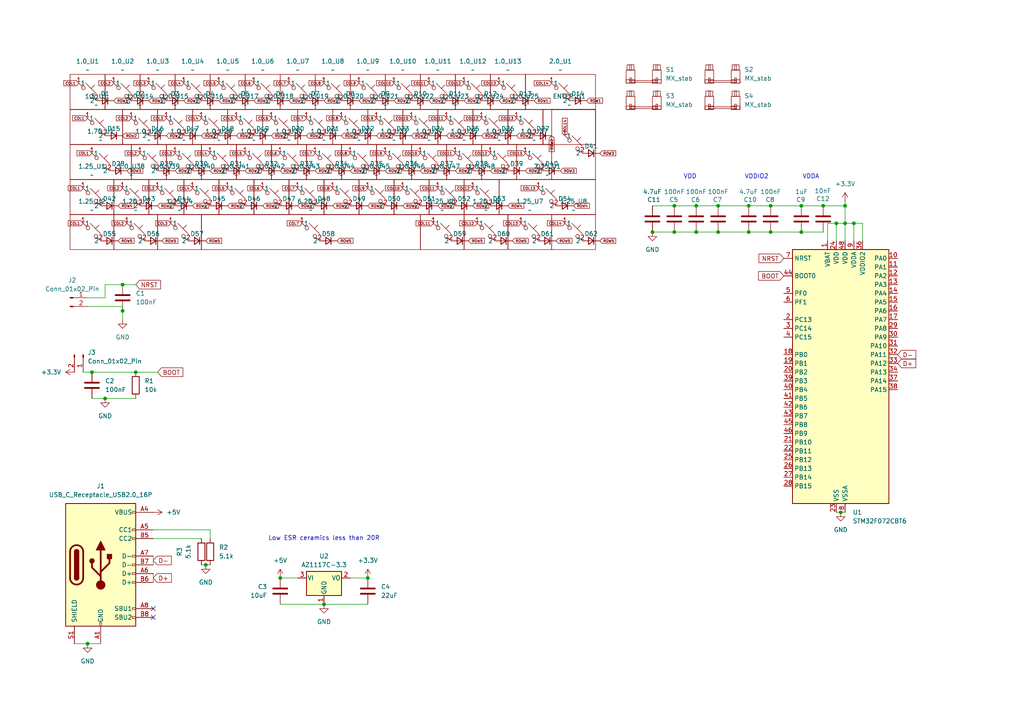
<source format=kicad_sch>
(kicad_sch (version 20231120) (generator "eeschema") (generator_version "8.0")
  (paper "A4")
  (junction (at 106.68 167.64))
  (junction (at 30.48 115.57))
  (junction (at 195.58 59.69))
  (junction (at 217.17 59.69))
  (junction (at 35.56 82.55))
  (junction (at 208.28 67.31))
  (junction (at 242.57 64.77))
  (junction (at 35.56 90.17))
  (junction (at 232.41 59.69))
  (junction (at 238.76 59.69))
  (junction (at 223.52 59.69))
  (junction (at 59.69 163.83))
  (junction (at 195.58 67.31))
  (junction (at 201.93 67.31))
  (junction (at 223.52 67.31))
  (junction (at 189.23 67.31))
  (junction (at 245.11 59.69))
  (junction (at 217.17 67.31))
  (junction (at 25.4 186.69))
  (junction (at 201.93 59.69))
  (junction (at 208.28 59.69))
  (junction (at 245.11 64.77))
  (junction (at 26.67 107.95))
  (junction (at 39.37 107.95))
  (junction (at 247.65 64.77))
  (junction (at 243.84 148.59))
  (junction (at 232.41 67.31))
  (junction (at 81.28 167.64))
  (junction (at 93.98 175.26))
  (no_connect (at 44.45 176.53))
  (no_connect (at 44.45 179.07))
  (wire (pts (xy 35.56 92.71) (xy 35.56 90.17)))
  (wire (pts (xy 35.56 88.9) (xy 35.56 90.17)))
  (wire (pts (xy 25.4 88.9) (xy 35.56 88.9)))
  (wire (pts (xy 21.59 186.69) (xy 25.4 186.69)))
  (wire (pts (xy 44.45 166.37) (xy 44.45 168.91)))
  (wire (pts (xy 201.93 59.69) (xy 208.28 59.69)))
  (wire (pts (xy 201.93 67.31) (xy 208.28 67.31)))
  (wire (pts (xy 243.84 148.59) (xy 245.11 148.59)))
  (wire (pts (xy 30.48 82.55) (xy 35.56 82.55)))
  (wire (pts (xy 44.45 156.21) (xy 58.42 156.21)))
  (wire (pts (xy 245.11 59.69) (xy 245.11 64.77)))
  (wire (pts (xy 247.65 64.77) (xy 250.19 64.77)))
  (wire (pts (xy 81.28 175.26) (xy 93.98 175.26)))
  (wire (pts (xy 240.03 64.77) (xy 240.03 69.85)))
  (wire (pts (xy 208.28 67.31) (xy 217.17 67.31)))
  (wire (pts (xy 26.67 107.95) (xy 39.37 107.95)))
  (wire (pts (xy 232.41 59.69) (xy 238.76 59.69)))
  (wire (pts (xy 189.23 67.31) (xy 195.58 67.31)))
  (wire (pts (xy 240.03 64.77) (xy 242.57 64.77)))
  (wire (pts (xy 189.23 59.69) (xy 195.58 59.69)))
  (wire (pts (xy 247.65 64.77) (xy 247.65 69.85)))
  (wire (pts (xy 93.98 175.26) (xy 106.68 175.26)))
  (wire (pts (xy 30.48 86.36) (xy 25.4 86.36)))
  (wire (pts (xy 44.45 161.29) (xy 44.45 163.83)))
  (wire (pts (xy 101.6 167.64) (xy 106.68 167.64)))
  (wire (pts (xy 242.57 148.59) (xy 243.84 148.59)))
  (wire (pts (xy 245.11 58.42) (xy 245.11 59.69)))
  (wire (pts (xy 39.37 107.95) (xy 45.72 107.95)))
  (wire (pts (xy 223.52 59.69) (xy 232.41 59.69)))
  (wire (pts (xy 223.52 67.31) (xy 232.41 67.31)))
  (wire (pts (xy 44.45 153.67) (xy 60.96 153.67)))
  (wire (pts (xy 245.11 64.77) (xy 245.11 69.85)))
  (wire (pts (xy 242.57 64.77) (xy 245.11 64.77)))
  (wire (pts (xy 25.4 186.69) (xy 29.21 186.69)))
  (wire (pts (xy 245.11 64.77) (xy 247.65 64.77)))
  (wire (pts (xy 30.48 86.36) (xy 30.48 82.55)))
  (wire (pts (xy 59.69 163.83) (xy 60.96 163.83)))
  (wire (pts (xy 250.19 64.77) (xy 250.19 69.85)))
  (wire (pts (xy 30.48 115.57) (xy 39.37 115.57)))
  (wire (pts (xy 81.28 167.64) (xy 86.36 167.64)))
  (wire (pts (xy 35.56 82.55) (xy 39.37 82.55)))
  (wire (pts (xy 217.17 67.31) (xy 223.52 67.31)))
  (wire (pts (xy 195.58 59.69) (xy 201.93 59.69)))
  (wire (pts (xy 242.57 64.77) (xy 242.57 69.85)))
  (wire (pts (xy 238.76 59.69) (xy 245.11 59.69)))
  (wire (pts (xy 195.58 67.31) (xy 201.93 67.31)))
  (wire (pts (xy 217.17 59.69) (xy 223.52 59.69)))
  (wire (pts (xy 208.28 59.69) (xy 217.17 59.69)))
  (wire (pts (xy 60.96 153.67) (xy 60.96 156.21)))
  (wire (pts (xy 58.42 163.83) (xy 59.69 163.83)))
  (wire (pts (xy 232.41 67.31) (xy 238.76 67.31)))
  (wire (pts (xy 24.13 107.95) (xy 26.67 107.95)))
  (wire (pts (xy 26.67 115.57) (xy 30.48 115.57)))
  (text_box "Questions:\n	1. connecting vdd & vdda <- clean vdda supply?\n	2. decoupling capacitors\n	3. is the voltage regulator ok?\n\n	" (at 315.214 12.954 0) (size 135.128 21.082) (effects (font (size 2.54 2.54)) (justify left top)))
  (text "VDD" (at 200.152 51.308 0) (effects (font (size 1.27 1.27))))
  (text "VDDA" (at 235.204 51.308 0) (effects (font (size 1.27 1.27))))
  (text "VDDIO2" (at 219.456 51.308 0) (effects (font (size 1.27 1.27))))
  (text "Low ESR ceramics less than 20R\n" (at 93.98 156.21 0) (effects (font (size 1.27 1.27))))
  (global_label "COL13" (shape input) (at 156.21 54.61 180) (effects (font (size 0.762 0.762))) (property "Intersheetrefs" "${INTERSHEET_REFS}" (effects (hide yes))))
  (global_label "COL11" (shape input) (at 125.73 64.77 180) (effects (font (size 0.762 0.762))) (property "Intersheetrefs" "${INTERSHEET_REFS}" (effects (hide yes))))
  (global_label "COL14" (shape input) (at 160.02 24.13 180) (effects (font (size 0.762 0.762))) (property "Intersheetrefs" "${INTERSHEET_REFS}" (effects (hide yes))))
  (global_label "ROW1" (shape input) (at 124.46 29.21 0) (effects (font (size 0.762 0.762))) (property "Intersheetrefs" "${INTERSHEET_REFS}" (effects (hide yes))))
  (global_label "COL1" (shape input) (at 22.86 24.13 180) (effects (font (size 0.762 0.762))) (property "Intersheetrefs" "${INTERSHEET_REFS}" (effects (hide yes))))
  (global_label "ROW4" (shape input) (at 147.32 59.69 0) (effects (font (size 0.762 0.762))) (property "Intersheetrefs" "${INTERSHEET_REFS}" (effects (hide yes))))
  (global_label "COL13" (shape input) (at 149.86 34.29 180) (effects (font (size 0.762 0.762))) (property "Intersheetrefs" "${INTERSHEET_REFS}" (effects (hide yes))))
  (global_label "ROW4" (shape input) (at 34.29 59.69 0) (effects (font (size 0.762 0.762))) (property "Intersheetrefs" "${INTERSHEET_REFS}" (effects (hide yes))))
  (global_label "ROW2" (shape input) (at 160.02 39.37 270) (effects (font (size 0.762 0.762))) (property "Intersheetrefs" "${INTERSHEET_REFS}" (effects (hide yes))))
  (global_label "ROW5" (shape input) (at 173.99 69.85 0) (effects (font (size 0.762 0.762))) (property "Intersheetrefs" "${INTERSHEET_REFS}" (effects (hide yes))))
  (global_label "ROW5" (shape input) (at 161.29 69.85 0) (effects (font (size 0.762 0.762))) (property "Intersheetrefs" "${INTERSHEET_REFS}" (effects (hide yes))))
  (global_label "ROW4" (shape input) (at 86.36 59.69 0) (effects (font (size 0.762 0.762))) (property "Intersheetrefs" "${INTERSHEET_REFS}" (effects (hide yes))))
  (global_label "COL8" (shape input) (at 101.6 44.45 180) (effects (font (size 0.762 0.762))) (property "Intersheetrefs" "${INTERSHEET_REFS}" (effects (hide yes))))
  (global_label "COL1" (shape input) (at 26.67 44.45 180) (effects (font (size 0.762 0.762))) (property "Intersheetrefs" "${INTERSHEET_REFS}" (effects (hide yes))))
  (global_label "COL12" (shape input) (at 142.24 44.45 180) (effects (font (size 0.762 0.762))) (property "Intersheetrefs" "${INTERSHEET_REFS}" (effects (hide yes))))
  (global_label "COL6" (shape input) (at 76.2 54.61 180) (effects (font (size 0.762 0.762))) (property "Intersheetrefs" "${INTERSHEET_REFS}" (effects (hide yes))))
  (global_label "COL11" (shape input) (at 129.54 34.29 180) (effects (font (size 0.762 0.762))) (property "Intersheetrefs" "${INTERSHEET_REFS}" (effects (hide yes))))
  (global_label "ROW2" (shape input) (at 58.42 39.37 0) (effects (font (size 0.762 0.762))) (property "Intersheetrefs" "${INTERSHEET_REFS}" (effects (hide yes))))
  (global_label "ROW3" (shape input) (at 91.44 49.53 0) (effects (font (size 0.762 0.762))) (property "Intersheetrefs" "${INTERSHEET_REFS}" (effects (hide yes))))
  (global_label "COL5" (shape input) (at 71.12 44.45 180) (effects (font (size 0.762 0.762))) (property "Intersheetrefs" "${INTERSHEET_REFS}" (effects (hide yes))))
  (global_label "NRST" (shape input) (at 39.37 82.55 0) (property "Intersheetrefs" "${INTERSHEET_REFS}" (effects (hide yes))))
  (global_label "ROW2" (shape input) (at 88.9 39.37 0) (effects (font (size 0.762 0.762))) (property "Intersheetrefs" "${INTERSHEET_REFS}" (effects (hide yes))))
  (global_label "ROW3" (shape input) (at 142.24 49.53 0) (effects (font (size 0.762 0.762))) (property "Intersheetrefs" "${INTERSHEET_REFS}" (effects (hide yes))))
  (global_label "ROW1" (shape input) (at 83.82 29.21 0) (effects (font (size 0.762 0.762))) (property "Intersheetrefs" "${INTERSHEET_REFS}" (effects (hide yes))))
  (global_label "ROW2" (shape input) (at 35.56 39.37 0) (effects (font (size 0.762 0.762))) (property "Intersheetrefs" "${INTERSHEET_REFS}" (effects (hide yes))))
  (global_label "ROW5" (shape input) (at 135.89 69.85 0) (effects (font (size 0.762 0.762))) (property "Intersheetrefs" "${INTERSHEET_REFS}" (effects (hide yes))))
  (global_label "ROW5" (shape input) (at 148.59 69.85 0) (effects (font (size 0.762 0.762))) (property "Intersheetrefs" "${INTERSHEET_REFS}" (effects (hide yes))))
  (global_label "COL1" (shape input) (at 24.13 64.77 180) (effects (font (size 0.762 0.762))) (property "Intersheetrefs" "${INTERSHEET_REFS}" (effects (hide yes))))
  (global_label "ROW2" (shape input) (at 119.38 39.37 0) (effects (font (size 0.762 0.762))) (property "Intersheetrefs" "${INTERSHEET_REFS}" (effects (hide yes))))
  (global_label "COL4" (shape input) (at 55.88 54.61 180) (effects (font (size 0.762 0.762))) (property "Intersheetrefs" "${INTERSHEET_REFS}" (effects (hide yes))))
  (global_label "COL2" (shape input) (at 33.02 24.13 180) (effects (font (size 0.762 0.762))) (property "Intersheetrefs" "${INTERSHEET_REFS}" (effects (hide yes))))
  (global_label "ROW1" (shape input) (at 114.3 29.21 0) (effects (font (size 0.762 0.762))) (property "Intersheetrefs" "${INTERSHEET_REFS}" (effects (hide yes))))
  (global_label "COL3" (shape input) (at 48.26 34.29 180) (effects (font (size 0.762 0.762))) (property "Intersheetrefs" "${INTERSHEET_REFS}" (effects (hide yes))))
  (global_label "ROW1" (shape input) (at 93.98 29.21 0) (effects (font (size 0.762 0.762))) (property "Intersheetrefs" "${INTERSHEET_REFS}" (effects (hide yes))))
  (global_label "ROW3" (shape input) (at 121.92 49.53 0) (effects (font (size 0.762 0.762))) (property "Intersheetrefs" "${INTERSHEET_REFS}" (effects (hide yes))))
  (global_label "COL2" (shape input) (at 40.64 44.45 180) (effects (font (size 0.762 0.762))) (property "Intersheetrefs" "${INTERSHEET_REFS}" (effects (hide yes))))
  (global_label "ROW2" (shape input) (at 48.26 39.37 0) (effects (font (size 0.762 0.762))) (property "Intersheetrefs" "${INTERSHEET_REFS}" (effects (hide yes))))
  (global_label "ROW4" (shape input) (at 166.37 59.69 0) (effects (font (size 0.762 0.762))) (property "Intersheetrefs" "${INTERSHEET_REFS}" (effects (hide yes))))
  (global_label "COL2" (shape input) (at 36.83 64.77 180) (effects (font (size 0.762 0.762))) (property "Intersheetrefs" "${INTERSHEET_REFS}" (effects (hide yes))))
  (global_label "ROW3" (shape input) (at 173.99 44.45 0) (effects (font (size 0.762 0.762))) (property "Intersheetrefs" "${INTERSHEET_REFS}" (effects (hide yes))))
  (global_label "ROW1" (shape input) (at 53.34 29.21 0) (effects (font (size 0.762 0.762))) (property "Intersheetrefs" "${INTERSHEET_REFS}" (effects (hide yes))))
  (global_label "ROW3" (shape input) (at 81.28 49.53 0) (effects (font (size 0.762 0.762))) (property "Intersheetrefs" "${INTERSHEET_REFS}" (effects (hide yes))))
  (global_label "ROW5" (shape input) (at 46.99 69.85 0) (effects (font (size 0.762 0.762))) (property "Intersheetrefs" "${INTERSHEET_REFS}" (effects (hide yes))))
  (global_label "COL4" (shape input) (at 58.42 34.29 180) (effects (font (size 0.762 0.762))) (property "Intersheetrefs" "${INTERSHEET_REFS}" (effects (hide yes))))
  (global_label "COL1" (shape input) (at 24.13 54.61 180) (effects (font (size 0.762 0.762))) (property "Intersheetrefs" "${INTERSHEET_REFS}" (effects (hide yes))))
  (global_label "D-" (shape input) (at 260.35 102.87 0) (property "Intersheetrefs" "${INTERSHEET_REFS}" (effects (hide yes))))
  (global_label "COL13" (shape input) (at 144.78 24.13 180) (effects (font (size 0.762 0.762))) (property "Intersheetrefs" "${INTERSHEET_REFS}" (effects (hide yes))))
  (global_label "COL7" (shape input) (at 83.82 24.13 180) (effects (font (size 0.762 0.762))) (property "Intersheetrefs" "${INTERSHEET_REFS}" (effects (hide yes))))
  (global_label "COL9" (shape input) (at 104.14 24.13 180) (effects (font (size 0.762 0.762))) (property "Intersheetrefs" "${INTERSHEET_REFS}" (effects (hide yes))))
  (global_label "COL10" (shape input) (at 121.92 44.45 180) (effects (font (size 0.762 0.762))) (property "Intersheetrefs" "${INTERSHEET_REFS}" (effects (hide yes))))
  (global_label "NRST" (shape input) (at 227.33 74.93 180) (property "Intersheetrefs" "${INTERSHEET_REFS}" (effects (hide yes))))
  (global_label "ROW4" (shape input) (at 76.2 59.69 0) (effects (font (size 0.762 0.762))) (property "Intersheetrefs" "${INTERSHEET_REFS}" (effects (hide yes))))
  (global_label "ROW2" (shape input) (at 129.54 39.37 0) (effects (font (size 0.762 0.762))) (property "Intersheetrefs" "${INTERSHEET_REFS}" (effects (hide yes))))
  (global_label "COL5" (shape input) (at 63.5 24.13 180) (effects (font (size 0.762 0.762))) (property "Intersheetrefs" "${INTERSHEET_REFS}" (effects (hide yes))))
  (global_label "ROW2" (shape input) (at 139.7 39.37 0) (effects (font (size 0.762 0.762))) (property "Intersheetrefs" "${INTERSHEET_REFS}" (effects (hide yes))))
  (global_label "ROW4" (shape input) (at 45.72 59.69 0) (effects (font (size 0.762 0.762))) (property "Intersheetrefs" "${INTERSHEET_REFS}" (effects (hide yes))))
  (global_label "COL10" (shape input) (at 119.38 34.29 180) (effects (font (size 0.762 0.762))) (property "Intersheetrefs" "${INTERSHEET_REFS}" (effects (hide yes))))
  (global_label "ROW4" (shape input) (at 106.68 59.69 0) (effects (font (size 0.762 0.762))) (property "Intersheetrefs" "${INTERSHEET_REFS}" (effects (hide yes))))
  (global_label "COL8" (shape input) (at 99.06 34.29 180) (effects (font (size 0.762 0.762))) (property "Intersheetrefs" "${INTERSHEET_REFS}" (effects (hide yes))))
  (global_label "COL3" (shape input) (at 50.8 44.45 180) (effects (font (size 0.762 0.762))) (property "Intersheetrefs" "${INTERSHEET_REFS}" (effects (hide yes))))
  (global_label "ROW3" (shape input) (at 132.08 49.53 0) (effects (font (size 0.762 0.762))) (property "Intersheetrefs" "${INTERSHEET_REFS}" (effects (hide yes))))
  (global_label "ROW2" (shape input) (at 99.06 39.37 0) (effects (font (size 0.762 0.762))) (property "Intersheetrefs" "${INTERSHEET_REFS}" (effects (hide yes))))
  (global_label "COL6" (shape input) (at 81.28 44.45 180) (effects (font (size 0.762 0.762))) (property "Intersheetrefs" "${INTERSHEET_REFS}" (effects (hide yes))))
  (global_label "ROW2" (shape input) (at 109.22 39.37 0) (effects (font (size 0.762 0.762))) (property "Intersheetrefs" "${INTERSHEET_REFS}" (effects (hide yes))))
  (global_label "ROW2" (shape input) (at 68.58 39.37 0) (effects (font (size 0.762 0.762))) (property "Intersheetrefs" "${INTERSHEET_REFS}" (effects (hide yes))))
  (global_label "ROW4" (shape input) (at 55.88 59.69 0) (effects (font (size 0.762 0.762))) (property "Intersheetrefs" "${INTERSHEET_REFS}" (effects (hide yes))))
  (global_label "COL9" (shape input) (at 106.68 54.61 180) (effects (font (size 0.762 0.762))) (property "Intersheetrefs" "${INTERSHEET_REFS}" (effects (hide yes))))
  (global_label "D+" (shape input) (at 44.45 167.64 0) (property "Intersheetrefs" "${INTERSHEET_REFS}" (effects (hide yes))))
  (global_label "COL3" (shape input) (at 43.18 24.13 180) (effects (font (size 0.762 0.762))) (property "Intersheetrefs" "${INTERSHEET_REFS}" (effects (hide yes))))
  (global_label "COL6" (shape input) (at 73.66 24.13 180) (effects (font (size 0.762 0.762))) (property "Intersheetrefs" "${INTERSHEET_REFS}" (effects (hide yes))))
  (global_label "ROW2" (shape input) (at 78.74 39.37 0) (effects (font (size 0.762 0.762))) (property "Intersheetrefs" "${INTERSHEET_REFS}" (effects (hide yes))))
  (global_label "COL1" (shape input) (at 25.4 34.29 180) (effects (font (size 0.762 0.762))) (property "Intersheetrefs" "${INTERSHEET_REFS}" (effects (hide yes))))
  (global_label "COL9" (shape input) (at 109.22 34.29 180) (effects (font (size 0.762 0.762))) (property "Intersheetrefs" "${INTERSHEET_REFS}" (effects (hide yes))))
  (global_label "COL10" (shape input) (at 116.84 54.61 180) (effects (font (size 0.762 0.762))) (property "Intersheetrefs" "${INTERSHEET_REFS}" (effects (hide yes))))
  (global_label "ROW1" (shape input) (at 154.94 29.21 0) (effects (font (size 0.762 0.762))) (property "Intersheetrefs" "${INTERSHEET_REFS}" (effects (hide yes))))
  (global_label "ROW5" (shape input) (at 34.29 69.85 0) (effects (font (size 0.762 0.762))) (property "Intersheetrefs" "${INTERSHEET_REFS}" (effects (hide yes))))
  (global_label "ROW3" (shape input) (at 111.76 49.53 0) (effects (font (size 0.762 0.762))) (property "Intersheetrefs" "${INTERSHEET_REFS}" (effects (hide yes))))
  (global_label "COL8" (shape input) (at 93.98 24.13 180) (effects (font (size 0.762 0.762))) (property "Intersheetrefs" "${INTERSHEET_REFS}" (effects (hide yes))))
  (global_label "D+" (shape input) (at 260.35 105.41 0) (property "Intersheetrefs" "${INTERSHEET_REFS}" (effects (hide yes))))
  (global_label "COL7" (shape input) (at 88.9 34.29 180) (effects (font (size 0.762 0.762))) (property "Intersheetrefs" "${INTERSHEET_REFS}" (effects (hide yes))))
  (global_label "COL3" (shape input) (at 49.53 64.77 180) (effects (font (size 0.762 0.762))) (property "Intersheetrefs" "${INTERSHEET_REFS}" (effects (hide yes))))
  (global_label "COL7" (shape input) (at 86.36 54.61 180) (effects (font (size 0.762 0.762))) (property "Intersheetrefs" "${INTERSHEET_REFS}" (effects (hide yes))))
  (global_label "COL5" (shape input) (at 68.58 34.29 180) (effects (font (size 0.762 0.762))) (property "Intersheetrefs" "${INTERSHEET_REFS}" (effects (hide yes))))
  (global_label "ROW1" (shape input) (at 33.02 29.21 0) (effects (font (size 0.762 0.762))) (property "Intersheetrefs" "${INTERSHEET_REFS}" (effects (hide yes))))
  (global_label "ROW5" (shape input) (at 59.69 69.85 0) (effects (font (size 0.762 0.762))) (property "Intersheetrefs" "${INTERSHEET_REFS}" (effects (hide yes))))
  (global_label "COL11" (shape input) (at 127 54.61 180) (effects (font (size 0.762 0.762))) (property "Intersheetrefs" "${INTERSHEET_REFS}" (effects (hide yes))))
  (global_label "COL8" (shape input) (at 96.52 54.61 180) (effects (font (size 0.762 0.762))) (property "Intersheetrefs" "${INTERSHEET_REFS}" (effects (hide yes))))
  (global_label "ROW3" (shape input) (at 152.4 49.53 0) (effects (font (size 0.762 0.762))) (property "Intersheetrefs" "${INTERSHEET_REFS}" (effects (hide yes))))
  (global_label "ROW1" (shape input) (at 73.66 29.21 0) (effects (font (size 0.762 0.762))) (property "Intersheetrefs" "${INTERSHEET_REFS}" (effects (hide yes))))
  (global_label "COL5" (shape input) (at 66.04 54.61 180) (effects (font (size 0.762 0.762))) (property "Intersheetrefs" "${INTERSHEET_REFS}" (effects (hide yes))))
  (global_label "COL12" (shape input) (at 138.43 64.77 180) (effects (font (size 0.762 0.762))) (property "Intersheetrefs" "${INTERSHEET_REFS}" (effects (hide yes))))
  (global_label "ROW3" (shape input) (at 60.96 49.53 0) (effects (font (size 0.762 0.762))) (property "Intersheetrefs" "${INTERSHEET_REFS}" (effects (hide yes))))
  (global_label "COL12" (shape input) (at 139.7 34.29 180) (effects (font (size 0.762 0.762))) (property "Intersheetrefs" "${INTERSHEET_REFS}" (effects (hide yes))))
  (global_label "ROW3" (shape input) (at 50.8 49.53 0) (effects (font (size 0.762 0.762))) (property "Intersheetrefs" "${INTERSHEET_REFS}" (effects (hide yes))))
  (global_label "ROW1" (shape input) (at 134.62 29.21 0) (effects (font (size 0.762 0.762))) (property "Intersheetrefs" "${INTERSHEET_REFS}" (effects (hide yes))))
  (global_label "COL14" (shape input) (at 163.83 39.37 90) (effects (font (size 0.762 0.762))) (property "Intersheetrefs" "${INTERSHEET_REFS}" (effects (hide yes))))
  (global_label "COL3" (shape input) (at 45.72 54.61 180) (effects (font (size 0.762 0.762))) (property "Intersheetrefs" "${INTERSHEET_REFS}" (effects (hide yes))))
  (global_label "ROW4" (shape input) (at 66.04 59.69 0) (effects (font (size 0.762 0.762))) (property "Intersheetrefs" "${INTERSHEET_REFS}" (effects (hide yes))))
  (global_label "ROW1" (shape input) (at 63.5 29.21 0) (effects (font (size 0.762 0.762))) (property "Intersheetrefs" "${INTERSHEET_REFS}" (effects (hide yes))))
  (global_label "COL13" (shape input) (at 151.13 64.77 180) (effects (font (size 0.762 0.762))) (property "Intersheetrefs" "${INTERSHEET_REFS}" (effects (hide yes))))
  (global_label "ROW3" (shape input) (at 162.56 49.53 0) (effects (font (size 0.762 0.762))) (property "Intersheetrefs" "${INTERSHEET_REFS}" (effects (hide yes))))
  (global_label "ROW4" (shape input) (at 116.84 59.69 0) (effects (font (size 0.762 0.762))) (property "Intersheetrefs" "${INTERSHEET_REFS}" (effects (hide yes))))
  (global_label "COL2" (shape input) (at 38.1 34.29 180) (effects (font (size 0.762 0.762))) (property "Intersheetrefs" "${INTERSHEET_REFS}" (effects (hide yes))))
  (global_label "COL7" (shape input) (at 87.63 64.77 180) (effects (font (size 0.762 0.762))) (property "Intersheetrefs" "${INTERSHEET_REFS}" (effects (hide yes))))
  (global_label "COL12" (shape input) (at 134.62 24.13 180) (effects (font (size 0.762 0.762))) (property "Intersheetrefs" "${INTERSHEET_REFS}" (effects (hide yes))))
  (global_label "COL6" (shape input) (at 78.74 34.29 180) (effects (font (size 0.762 0.762))) (property "Intersheetrefs" "${INTERSHEET_REFS}" (effects (hide yes))))
  (global_label "COL13" (shape input) (at 152.4 44.45 180) (effects (font (size 0.762 0.762))) (property "Intersheetrefs" "${INTERSHEET_REFS}" (effects (hide yes))))
  (global_label "COL2" (shape input) (at 35.56 54.61 180) (effects (font (size 0.762 0.762))) (property "Intersheetrefs" "${INTERSHEET_REFS}" (effects (hide yes))))
  (global_label "ROW3" (shape input) (at 36.83 49.53 0) (effects (font (size 0.762 0.762))) (property "Intersheetrefs" "${INTERSHEET_REFS}" (effects (hide yes))))
  (global_label "ROW3" (shape input) (at 101.6 49.53 0) (effects (font (size 0.762 0.762))) (property "Intersheetrefs" "${INTERSHEET_REFS}" (effects (hide yes))))
  (global_label "COL11" (shape input) (at 132.08 44.45 180) (effects (font (size 0.762 0.762))) (property "Intersheetrefs" "${INTERSHEET_REFS}" (effects (hide yes))))
  (global_label "ROW4" (shape input) (at 137.16 59.69 0) (effects (font (size 0.762 0.762))) (property "Intersheetrefs" "${INTERSHEET_REFS}" (effects (hide yes))))
  (global_label "ROW1" (shape input) (at 170.18 29.21 0) (effects (font (size 0.762 0.762))) (property "Intersheetrefs" "${INTERSHEET_REFS}" (effects (hide yes))))
  (global_label "D-" (shape input) (at 44.45 162.56 0) (property "Intersheetrefs" "${INTERSHEET_REFS}" (effects (hide yes))))
  (global_label "BOOT" (shape input) (at 45.72 107.95 0) (property "Intersheetrefs" "${INTERSHEET_REFS}" (effects (hide yes))))
  (global_label "ROW1" (shape input) (at 104.14 29.21 0) (effects (font (size 0.762 0.762))) (property "Intersheetrefs" "${INTERSHEET_REFS}" (effects (hide yes))))
  (global_label "COL4" (shape input) (at 60.96 44.45 180) (effects (font (size 0.762 0.762))) (property "Intersheetrefs" "${INTERSHEET_REFS}" (effects (hide yes))))
  (global_label "ROW2" (shape input) (at 149.86 39.37 0) (effects (font (size 0.762 0.762))) (property "Intersheetrefs" "${INTERSHEET_REFS}" (effects (hide yes))))
  (global_label "ROW4" (shape input) (at 96.52 59.69 0) (effects (font (size 0.762 0.762))) (property "Intersheetrefs" "${INTERSHEET_REFS}" (effects (hide yes))))
  (global_label "COL10" (shape input) (at 114.3 24.13 180) (effects (font (size 0.762 0.762))) (property "Intersheetrefs" "${INTERSHEET_REFS}" (effects (hide yes))))
  (global_label "ROW1" (shape input) (at 144.78 29.21 0) (effects (font (size 0.762 0.762))) (property "Intersheetrefs" "${INTERSHEET_REFS}" (effects (hide yes))))
  (global_label "COL11" (shape input) (at 124.46 24.13 180) (effects (font (size 0.762 0.762))) (property "Intersheetrefs" "${INTERSHEET_REFS}" (effects (hide yes))))
  (global_label "COL9" (shape input) (at 111.76 44.45 180) (effects (font (size 0.762 0.762))) (property "Intersheetrefs" "${INTERSHEET_REFS}" (effects (hide yes))))
  (global_label "COL4" (shape input) (at 53.34 24.13 180) (effects (font (size 0.762 0.762))) (property "Intersheetrefs" "${INTERSHEET_REFS}" (effects (hide yes))))
  (global_label "COL14" (shape input) (at 163.83 64.77 180) (effects (font (size 0.762 0.762))) (property "Intersheetrefs" "${INTERSHEET_REFS}" (effects (hide yes))))
  (global_label "COL7" (shape input) (at 91.44 44.45 180) (effects (font (size 0.762 0.762))) (property "Intersheetrefs" "${INTERSHEET_REFS}" (effects (hide yes))))
  (global_label "ROW1" (shape input) (at 43.18 29.21 0) (effects (font (size 0.762 0.762))) (property "Intersheetrefs" "${INTERSHEET_REFS}" (effects (hide yes))))
  (global_label "ROW5" (shape input) (at 97.79 69.85 0) (effects (font (size 0.762 0.762))) (property "Intersheetrefs" "${INTERSHEET_REFS}" (effects (hide yes))))
  (global_label "COL12" (shape input) (at 137.16 54.61 180) (effects (font (size 0.762 0.762))) (property "Intersheetrefs" "${INTERSHEET_REFS}" (effects (hide yes))))
  (global_label "ROW4" (shape input) (at 127 59.69 0) (effects (font (size 0.762 0.762))) (property "Intersheetrefs" "${INTERSHEET_REFS}" (effects (hide yes))))
  (global_label "BOOT" (shape input) (at 227.33 80.01 180) (property "Intersheetrefs" "${INTERSHEET_REFS}" (effects (hide yes))))
  (global_label "ROW3" (shape input) (at 71.12 49.53 0) (effects (font (size 0.762 0.762))) (property "Intersheetrefs" "${INTERSHEET_REFS}" (effects (hide yes))))
  (symbol (lib_id "Connector:Conn_01x02_Pin") (at 20.32 86.36 0) (unit 1)
    (property "Reference" "J2" (at 20.955 81.28 0))
    (property "Value" "Conn_01x02_Pin" (at 20.955 83.82 0))
    (property "Footprint" "Connector_PinHeader_2.54mm:PinHeader_1x02_P2.54mm_Vertical" (effects (hide yes)))
    (property "Description" "Generic connector, single row, 01x02, script generated" (effects (hide yes)))
  )
  (symbol (lib_id "FRB_switches:1.25U") (at 39.37 67.31 0) (unit 1)
    (property "Reference" "1.25_U3" (at 39.37 58.42 0))
    (property "Value" "~" (at 39.37 60.96 0))
    (property "Footprint" "PCM_Switch_Keyboard_Hotswap_Kailh:SW_Hotswap_Kailh_MX_1.25u" (effects (hide yes)))
  )
  (symbol (lib_id "Connector:USB_C_Receptacle_USB2.0_16P") (at 29.21 163.83 0) (unit 1)
    (property "Reference" "J1" (at 29.21 140.97 0))
    (property "Value" "USB_C_Receptacle_USB2.0_16P" (at 29.21 143.51 0))
    (property "Footprint" "Connector_USB:USB_C_Receptacle_Palconn_UTC16-G" (effects (hide yes)))
    (property "Datasheet" "https://www.usb.org/sites/default/files/documents/usb_type-c.zip" (effects (hide yes)))
    (property "Description" "USB 2.0-only 16P Type-C Receptacle connector" (effects (hide yes)))
  )
  (symbol (lib_id "power:GND") (at 243.84 148.59 0) (unit 1)
    (property "Reference" "#PWR04" (effects (hide yes)))
    (property "Value" "GND" (at 243.84 153.67 0))
    (property "Description" "Power symbol creates a global label with name \"GND\" , ground" (effects (hide yes)))
  )
  (symbol (lib_id "FRB_switches:1U") (at 132.08 36.83 0) (unit 1)
    (property "Reference" "1.0_U23" (at 132.08 27.94 0))
    (property "Value" "~" (at 132.08 30.48 0))
    (property "Footprint" "PCM_Switch_Keyboard_Hotswap_Kailh:SW_Hotswap_Kailh_MX_1.00u" (effects (hide yes)))
  )
  (symbol (lib_id "FRB_switches:1U") (at 142.24 36.83 0) (unit 1)
    (property "Reference" "1.0_U24" (at 142.24 27.94 0))
    (property "Value" "~" (at 142.24 30.48 0))
    (property "Footprint" "PCM_Switch_Keyboard_Hotswap_Kailh:SW_Hotswap_Kailh_MX_1.00u" (effects (hide yes)))
  )
  (symbol (lib_id "Device:D_Small") (at 133.35 69.85 180) (unit 1)
    (property "Reference" "D59" (at 133.35 67.818 0))
    (property "Value" "D_Small" (effects (hide yes)))
    (property "Footprint" "Diode_SMD:D_0603_1608Metric_Pad1.05x0.95mm_HandSolder" (effects (hide yes)))
    (property "Description" "Diode, small symbol" (effects (hide yes)))
    (property "Sim.Device" "D" (effects (hide yes)))
    (property "Sim.Pins" "1=K 2=A" (effects (hide yes)))
  )
  (symbol (lib_id "FRB_switches:1U") (at 60.96 36.83 0) (unit 1)
    (property "Reference" "1.0_U16" (at 60.96 27.94 0))
    (property "Value" "~" (at 60.96 30.48 0))
    (property "Footprint" "PCM_Switch_Keyboard_Hotswap_Kailh:SW_Hotswap_Kailh_MX_1.00u" (effects (hide yes)))
  )
  (symbol (lib_id "power:+5V") (at 81.28 167.64 0) (unit 1)
    (property "Reference" "#PWR09" (effects (hide yes)))
    (property "Value" "+5V" (at 81.28 162.56 0))
    (property "Description" "Power symbol creates a global label with name \"+5V\"" (effects (hide yes)))
  )
  (symbol (lib_id "FRB_switches:1.25U") (at 140.97 67.31 0) (unit 1)
    (property "Reference" "1.25_U6" (at 140.97 58.42 0))
    (property "Value" "~" (at 140.97 60.96 0))
    (property "Footprint" "PCM_Switch_Keyboard_Hotswap_Kailh:SW_Hotswap_Kailh_MX_1.25u" (effects (hide yes)))
  )
  (symbol (lib_id "FRB_switches:1U") (at 35.56 26.67 0) (unit 1)
    (property "Reference" "1.0_U2" (at 35.56 17.78 0))
    (property "Value" "~" (at 35.56 20.32 0))
    (property "Footprint" "PCM_Switch_Keyboard_Hotswap_Kailh:SW_Hotswap_Kailh_MX_1.00u" (effects (hide yes)))
  )
  (symbol (lib_id "Device:R") (at 60.96 160.02 180) (unit 1)
    (property "Reference" "R2" (at 63.5 158.7499 0) (effects (justify right)))
    (property "Value" "5.1k" (at 63.5 161.2899 0) (effects (justify right)))
    (property "Footprint" "Resistor_SMD:R_0402_1005Metric_Pad0.72x0.64mm_HandSolder" (effects (hide yes)))
    (property "Description" "Resistor" (effects (hide yes)))
  )
  (symbol (lib_id "Device:C") (at 208.28 63.5 0) (unit 1)
    (property "Reference" "C7" (at 206.756 57.912 0) (effects (justify left)))
    (property "Value" "100nF" (at 205.232 55.626 0) (effects (justify left)))
    (property "Footprint" "Capacitor_SMD:C_0402_1005Metric_Pad0.74x0.62mm_HandSolder" (effects (hide yes)))
    (property "Description" "Unpolarized capacitor" (effects (hide yes)))
  )
  (symbol (lib_id "FRB_switches:1U") (at 63.5 46.99 0) (unit 1)
    (property "Reference" "1.0_U28" (at 63.5 38.1 0))
    (property "Value" "~" (at 63.5 40.64 0))
    (property "Footprint" "PCM_Switch_Keyboard_Hotswap_Kailh:SW_Hotswap_Kailh_MX_1.00u" (effects (hide yes)))
  )
  (symbol (lib_id "FRB_switches:1U") (at 91.44 36.83 0) (unit 1)
    (property "Reference" "1.0_U19" (at 91.44 27.94 0))
    (property "Value" "~" (at 91.44 30.48 0))
    (property "Footprint" "PCM_Switch_Keyboard_Hotswap_Kailh:SW_Hotswap_Kailh_MX_1.00u" (effects (hide yes)))
  )
  (symbol (lib_id "Device:D_Small") (at 95.25 69.85 180) (unit 1)
    (property "Reference" "D58" (at 95.25 67.818 0))
    (property "Value" "D_Small" (effects (hide yes)))
    (property "Footprint" "Diode_SMD:D_0603_1608Metric_Pad1.05x0.95mm_HandSolder" (effects (hide yes)))
    (property "Description" "Diode, small symbol" (effects (hide yes)))
    (property "Sim.Device" "D" (effects (hide yes)))
    (property "Sim.Pins" "1=K 2=A" (effects (hide yes)))
  )
  (symbol (lib_id "Device:D_Small") (at 31.75 59.69 180) (unit 1)
    (property "Reference" "D42" (at 31.75 57.658 0))
    (property "Value" "D_Small" (effects (hide yes)))
    (property "Footprint" "Diode_SMD:D_0603_1608Metric_Pad1.05x0.95mm_HandSolder" (effects (hide yes)))
    (property "Description" "Diode, small symbol" (effects (hide yes)))
    (property "Sim.Device" "D" (effects (hide yes)))
    (property "Sim.Pins" "1=K 2=A" (effects (hide yes)))
  )
  (symbol (lib_id "FRB_switches:1U") (at 119.38 57.15 0) (unit 1)
    (property "Reference" "1.0_U46" (at 119.38 48.26 0))
    (property "Value" "~" (at 119.38 50.8 0))
    (property "Footprint" "PCM_Switch_Keyboard_Hotswap_Kailh:SW_Hotswap_Kailh_MX_1.00u" (effects (hide yes)))
  )
  (symbol (lib_id "FRB_switches:ENTERU") (at 166.37 41.91 0) (unit 1)
    (property "Reference" "ENTER_U1" (at 165.1 27.94 0))
    (property "Value" "~" (at 165.1 30.48 0))
    (property "Footprint" "PCM_Switch_Keyboard_Hotswap_Kailh:SW_Hotswap_Kailh_MX_ISOEnter" (effects (hide yes)))
  )
  (symbol (lib_id "Device:R") (at 39.37 111.76 0) (unit 1)
    (property "Reference" "R1" (at 41.91 110.4899 0) (effects (justify left)))
    (property "Value" "10k" (at 41.91 113.0299 0) (effects (justify left)))
    (property "Footprint" "Resistor_SMD:R_0402_1005Metric_Pad0.72x0.64mm_HandSolder" (effects (hide yes)))
    (property "Description" "Resistor" (effects (hide yes)))
  )
  (symbol (lib_id "FRB_switches:1U") (at 55.88 26.67 0) (unit 1)
    (property "Reference" "1.0_U4" (at 55.88 17.78 0))
    (property "Value" "~" (at 55.88 20.32 0))
    (property "Footprint" "PCM_Switch_Keyboard_Hotswap_Kailh:SW_Hotswap_Kailh_MX_1.00u" (effects (hide yes)))
  )
  (symbol (lib_id "Device:D_Small") (at 48.26 49.53 180) (unit 1)
    (property "Reference" "D29" (at 48.26 47.498 0))
    (property "Value" "D_Small" (effects (hide yes)))
    (property "Footprint" "Diode_SMD:D_0603_1608Metric_Pad1.05x0.95mm_HandSolder" (effects (hide yes)))
    (property "Description" "Diode, small symbol" (effects (hide yes)))
    (property "Sim.Device" "D" (effects (hide yes)))
    (property "Sim.Pins" "1=K 2=A" (effects (hide yes)))
  )
  (symbol (lib_id "PCM_marbastlib-mx:MX_stab") (at 186.69 29.21 0) (unit 1)
    (property "Reference" "S3" (at 193.04 27.8129 0) (effects (justify left)))
    (property "Value" "MX_stab" (at 193.04 30.3529 0) (effects (justify left)))
    (property "Footprint" "PCM_marbastlib-mx:STAB_MX_P_2u" (effects (hide yes)))
    (property "Description" "Cherry MX-style stabilizer" (effects (hide yes)))
  )
  (symbol (lib_id "Device:D_Small") (at 101.6 29.21 180) (unit 1)
    (property "Reference" "D8" (at 101.6 27.178 0))
    (property "Value" "D_Small" (effects (hide yes)))
    (property "Footprint" "Diode_SMD:D_0603_1608Metric_Pad1.05x0.95mm_HandSolder" (effects (hide yes)))
    (property "Description" "Diode, small symbol" (effects (hide yes)))
    (property "Sim.Device" "D" (effects (hide yes)))
    (property "Sim.Pins" "1=K 2=A" (effects (hide yes)))
  )
  (symbol (lib_id "Device:D_Small") (at 34.29 49.53 180) (unit 1)
    (property "Reference" "D28" (at 34.29 47.498 0))
    (property "Value" "D_Small" (effects (hide yes)))
    (property "Footprint" "Diode_SMD:D_0603_1608Metric_Pad1.05x0.95mm_HandSolder" (effects (hide yes)))
    (property "Description" "Diode, small symbol" (effects (hide yes)))
    (property "Sim.Device" "D" (effects (hide yes)))
    (property "Sim.Pins" "1=K 2=A" (effects (hide yes)))
  )
  (symbol (lib_id "Device:D_Small") (at 45.72 39.37 180) (unit 1)
    (property "Reference" "D16" (at 45.72 37.338 0))
    (property "Value" "D_Small" (effects (hide yes)))
    (property "Footprint" "Diode_SMD:D_0603_1608Metric_Pad1.05x0.95mm_HandSolder" (effects (hide yes)))
    (property "Description" "Diode, small symbol" (effects (hide yes)))
    (property "Sim.Device" "D" (effects (hide yes)))
    (property "Sim.Pins" "1=K 2=A" (effects (hide yes)))
  )
  (symbol (lib_id "FRB_switches:1U") (at 68.58 57.15 0) (unit 1)
    (property "Reference" "1.0_U41" (at 68.58 48.26 0))
    (property "Value" "~" (at 68.58 50.8 0))
    (property "Footprint" "PCM_Switch_Keyboard_Hotswap_Kailh:SW_Hotswap_Kailh_MX_1.00u" (effects (hide yes)))
  )
  (symbol (lib_id "Device:C") (at 26.67 111.76 0) (unit 1)
    (property "Reference" "C2" (at 30.48 110.4899 0) (effects (justify left)))
    (property "Value" "100nF" (at 30.48 113.0299 0) (effects (justify left)))
    (property "Footprint" "Capacitor_SMD:C_0402_1005Metric_Pad0.74x0.62mm_HandSolder" (effects (hide yes)))
    (property "Description" "Unpolarized capacitor" (effects (hide yes)))
  )
  (symbol (lib_id "FRB_switches:1U") (at 71.12 36.83 0) (unit 1)
    (property "Reference" "1.0_U17" (at 71.12 27.94 0))
    (property "Value" "~" (at 71.12 30.48 0))
    (property "Footprint" "PCM_Switch_Keyboard_Hotswap_Kailh:SW_Hotswap_Kailh_MX_1.00u" (effects (hide yes)))
  )
  (symbol (lib_id "MCU_ST_STM32F0:STM32F072CBTx") (at 242.57 110.49 0) (unit 1)
    (property "Reference" "U1" (at 247.3041 148.59 0) (effects (justify left)))
    (property "Value" "STM32F072CBT6" (at 247.3041 151.13 0) (effects (justify left)))
    (property "Footprint" "Package_QFP:LQFP-48_7x7mm_P0.5mm" (effects (hide yes)))
    (property "Datasheet" "https://www.st.com/resource/en/datasheet/stm32f072cb.pdf" (effects (hide yes)))
    (property "Description" "STMicroelectronics Arm Cortex-M0 MCU, 128KB flash, 16KB RAM, 48 MHz, 2.0-3.6V, 37 GPIO, LQFP48" (effects (hide yes)))
  )
  (symbol (lib_id "Device:D_Small") (at 53.34 59.69 180) (unit 1)
    (property "Reference" "D44" (at 53.34 57.658 0))
    (property "Value" "D_Small" (effects (hide yes)))
    (property "Footprint" "Diode_SMD:D_0603_1608Metric_Pad1.05x0.95mm_HandSolder" (effects (hide yes)))
    (property "Description" "Diode, small symbol" (effects (hide yes)))
    (property "Sim.Device" "D" (effects (hide yes)))
    (property "Sim.Pins" "1=K 2=A" (effects (hide yes)))
  )
  (symbol (lib_id "Device:D_Small") (at 44.45 69.85 180) (unit 1)
    (property "Reference" "D56" (at 44.45 67.818 0))
    (property "Value" "D_Small" (effects (hide yes)))
    (property "Footprint" "Diode_SMD:D_0603_1608Metric_Pad1.05x0.95mm_HandSolder" (effects (hide yes)))
    (property "Description" "Diode, small symbol" (effects (hide yes)))
    (property "Sim.Device" "D" (effects (hide yes)))
    (property "Sim.Pins" "1=K 2=A" (effects (hide yes)))
  )
  (symbol (lib_id "power:GND") (at 59.69 163.83 0) (unit 1)
    (property "Reference" "#PWR07" (effects (hide yes)))
    (property "Value" "GND" (at 59.69 168.91 0))
    (property "Description" "Power symbol creates a global label with name \"GND\" , ground" (effects (hide yes)))
  )
  (symbol (lib_id "FRB_switches:1.25U") (at 166.37 67.31 0) (unit 1)
    (property "Reference" "1.25_U8" (at 166.37 58.42 0))
    (property "Value" "~" (at 166.37 60.96 0))
    (property "Footprint" "PCM_Switch_Keyboard_Hotswap_Kailh:SW_Hotswap_Kailh_MX_1.25u" (effects (hide yes)))
  )
  (symbol (lib_id "Device:D_Small") (at 71.12 29.21 180) (unit 1)
    (property "Reference" "D5" (at 71.12 27.178 0))
    (property "Value" "D_Small" (effects (hide yes)))
    (property "Footprint" "Diode_SMD:D_0603_1608Metric_Pad1.05x0.95mm_HandSolder" (effects (hide yes)))
    (property "Description" "Diode, small symbol" (effects (hide yes)))
    (property "Sim.Device" "D" (effects (hide yes)))
    (property "Sim.Pins" "1=K 2=A" (effects (hide yes)))
  )
  (symbol (lib_id "FRB_switches:1U") (at 38.1 57.15 0) (unit 1)
    (property "Reference" "1.0_U38" (at 38.1 48.26 0))
    (property "Value" "~" (at 38.1 50.8 0))
    (property "Footprint" "PCM_Switch_Keyboard_Hotswap_Kailh:SW_Hotswap_Kailh_MX_1.00u" (effects (hide yes)))
  )
  (symbol (lib_id "Device:R") (at 58.42 160.02 180) (unit 1)
    (property "Reference" "R3" (at 52.07 160.02 90))
    (property "Value" "5.1k" (at 54.61 160.02 90))
    (property "Footprint" "Resistor_SMD:R_0402_1005Metric_Pad0.72x0.64mm_HandSolder" (effects (hide yes)))
    (property "Description" "Resistor" (effects (hide yes)))
  )
  (symbol (lib_id "power:GND") (at 189.23 67.31 0) (unit 1)
    (property "Reference" "#PWR012" (effects (hide yes)))
    (property "Value" "GND" (at 189.23 72.39 0))
    (property "Description" "Power symbol creates a global label with name \"GND\" , ground" (effects (hide yes)))
  )
  (symbol (lib_id "Device:D_Small") (at 99.06 49.53 180) (unit 1)
    (property "Reference" "D34" (at 99.06 47.498 0))
    (property "Value" "D_Small" (effects (hide yes)))
    (property "Footprint" "Diode_SMD:D_0603_1608Metric_Pad1.05x0.95mm_HandSolder" (effects (hide yes)))
    (property "Description" "Diode, small symbol" (effects (hide yes)))
    (property "Sim.Device" "D" (effects (hide yes)))
    (property "Sim.Pins" "1=K 2=A" (effects (hide yes)))
  )
  (symbol (lib_id "FRB_switches:2U") (at 162.56 26.67 0) (unit 1)
    (property "Reference" "2.0_U1" (at 162.56 17.78 0))
    (property "Value" "~" (at 162.56 20.32 0))
    (property "Footprint" "PCM_Switch_Keyboard_Hotswap_Kailh:SW_Hotswap_Kailh_MX_2.00u" (effects (hide yes)))
  )
  (symbol (lib_id "Device:C") (at 35.56 86.36 0) (unit 1)
    (property "Reference" "C1" (at 39.37 85.0899 0) (effects (justify left)))
    (property "Value" "100nF" (at 39.37 87.6299 0) (effects (justify left)))
    (property "Footprint" "Capacitor_SMD:C_0402_1005Metric_Pad0.74x0.62mm_HandSolder" (effects (hide yes)))
    (property "Description" "Unpolarized capacitor" (effects (hide yes)))
  )
  (symbol (lib_id "Device:C") (at 223.52 63.5 0) (unit 1)
    (property "Reference" "C8" (at 221.996 57.912 0) (effects (justify left)))
    (property "Value" "100nF" (at 220.472 55.626 0) (effects (justify left)))
    (property "Footprint" "Capacitor_SMD:C_0402_1005Metric_Pad0.74x0.62mm_HandSolder" (effects (hide yes)))
    (property "Description" "Unpolarized capacitor" (effects (hide yes)))
  )
  (symbol (lib_id "Device:D_Small") (at 31.75 69.85 180) (unit 1)
    (property "Reference" "D55" (at 31.75 67.818 0))
    (property "Value" "D_Small" (effects (hide yes)))
    (property "Footprint" "Diode_SMD:D_0603_1608Metric_Pad1.05x0.95mm_HandSolder" (effects (hide yes)))
    (property "Description" "Diode, small symbol" (effects (hide yes)))
    (property "Sim.Device" "D" (effects (hide yes)))
    (property "Sim.Pins" "1=K 2=A" (effects (hide yes)))
  )
  (symbol (lib_id "Device:D_Small") (at 109.22 49.53 180) (unit 1)
    (property "Reference" "D35" (at 109.22 47.498 0))
    (property "Value" "D_Small" (effects (hide yes)))
    (property "Footprint" "Diode_SMD:D_0603_1608Metric_Pad1.05x0.95mm_HandSolder" (effects (hide yes)))
    (property "Description" "Diode, small symbol" (effects (hide yes)))
    (property "Sim.Device" "D" (effects (hide yes)))
    (property "Sim.Pins" "1=K 2=A" (effects (hide yes)))
  )
  (symbol (lib_id "power:+5V") (at 44.45 148.59 270) (unit 1)
    (property "Reference" "#PWR03" (effects (hide yes)))
    (property "Value" "+5V" (at 48.26 148.5899 90) (effects (justify left)))
    (property "Description" "Power symbol creates a global label with name \"+5V\"" (effects (hide yes)))
  )
  (symbol (lib_id "Device:D_Small") (at 68.58 49.53 180) (unit 1)
    (property "Reference" "D31" (at 68.58 47.498 0))
    (property "Value" "D_Small" (effects (hide yes)))
    (property "Footprint" "Diode_SMD:D_0603_1608Metric_Pad1.05x0.95mm_HandSolder" (effects (hide yes)))
    (property "Description" "Diode, small symbol" (effects (hide yes)))
    (property "Sim.Device" "D" (effects (hide yes)))
    (property "Sim.Pins" "1=K 2=A" (effects (hide yes)))
  )
  (symbol (lib_id "Device:D_Small") (at 91.44 29.21 180) (unit 1)
    (property "Reference" "D7" (at 91.44 27.178 0))
    (property "Value" "D_Small" (effects (hide yes)))
    (property "Footprint" "Diode_SMD:D_0603_1608Metric_Pad1.05x0.95mm_HandSolder" (effects (hide yes)))
    (property "Description" "Diode, small symbol" (effects (hide yes)))
    (property "Sim.Device" "D" (effects (hide yes)))
    (property "Sim.Pins" "1=K 2=A" (effects (hide yes)))
  )
  (symbol (lib_id "Device:D_Small") (at 83.82 59.69 180) (unit 1)
    (property "Reference" "D47" (at 83.82 57.658 0))
    (property "Value" "D_Small" (effects (hide yes)))
    (property "Footprint" "Diode_SMD:D_0603_1608Metric_Pad1.05x0.95mm_HandSolder" (effects (hide yes)))
    (property "Description" "Diode, small symbol" (effects (hide yes)))
    (property "Sim.Device" "D" (effects (hide yes)))
    (property "Sim.Pins" "1=K 2=A" (effects (hide yes)))
  )
  (symbol (lib_id "Device:D_Small") (at 137.16 39.37 180) (unit 1)
    (property "Reference" "D25" (at 137.16 37.338 0))
    (property "Value" "D_Small" (effects (hide yes)))
    (property "Footprint" "Diode_SMD:D_0603_1608Metric_Pad1.05x0.95mm_HandSolder" (effects (hide yes)))
    (property "Description" "Diode, small symbol" (effects (hide yes)))
    (property "Sim.Device" "D" (effects (hide yes)))
    (property "Sim.Pins" "1=K 2=A" (effects (hide yes)))
  )
  (symbol (lib_id "FRB_switches:1U") (at 40.64 36.83 0) (unit 1)
    (property "Reference" "1.0_U14" (at 40.64 27.94 0))
    (property "Value" "~" (at 40.64 30.48 0))
    (property "Footprint" "PCM_Switch_Keyboard_Hotswap_Kailh:SW_Hotswap_Kailh_MX_1.00u" (effects (hide yes)))
  )
  (symbol (lib_id "Device:D_Small") (at 55.88 39.37 180) (unit 1)
    (property "Reference" "D17" (at 55.88 37.338 0))
    (property "Value" "D_Small" (effects (hide yes)))
    (property "Footprint" "Diode_SMD:D_0603_1608Metric_Pad1.05x0.95mm_HandSolder" (effects (hide yes)))
    (property "Description" "Diode, small symbol" (effects (hide yes)))
    (property "Sim.Device" "D" (effects (hide yes)))
    (property "Sim.Pins" "1=K 2=A" (effects (hide yes)))
  )
  (symbol (lib_id "Device:D_Small") (at 127 39.37 180) (unit 1)
    (property "Reference" "D24" (at 127 37.338 0))
    (property "Value" "D_Small" (effects (hide yes)))
    (property "Footprint" "Diode_SMD:D_0603_1608Metric_Pad1.05x0.95mm_HandSolder" (effects (hide yes)))
    (property "Description" "Diode, small symbol" (effects (hide yes)))
    (property "Sim.Device" "D" (effects (hide yes)))
    (property "Sim.Pins" "1=K 2=A" (effects (hide yes)))
  )
  (symbol (lib_id "Device:D_Small") (at 57.15 69.85 180) (unit 1)
    (property "Reference" "D57" (at 57.15 67.818 0))
    (property "Value" "D_Small" (effects (hide yes)))
    (property "Footprint" "Diode_SMD:D_0603_1608Metric_Pad1.05x0.95mm_HandSolder" (effects (hide yes)))
    (property "Description" "Diode, small symbol" (effects (hide yes)))
    (property "Sim.Device" "D" (effects (hide yes)))
    (property "Sim.Pins" "1=K 2=A" (effects (hide yes)))
  )
  (symbol (lib_id "FRB_switches:1U") (at 154.94 46.99 0) (unit 1)
    (property "Reference" "1.0_U37" (at 154.94 38.1 0))
    (property "Value" "~" (at 154.94 40.64 0))
    (property "Footprint" "PCM_Switch_Keyboard_Hotswap_Kailh:SW_Hotswap_Kailh_MX_1.00u" (effects (hide yes)))
  )
  (symbol (lib_id "FRB_switches:1U") (at 66.04 26.67 0) (unit 1)
    (property "Reference" "1.0_U5" (at 66.04 17.78 0))
    (property "Value" "~" (at 66.04 20.32 0))
    (property "Footprint" "PCM_Switch_Keyboard_Hotswap_Kailh:SW_Hotswap_Kailh_MX_1.00u" (effects (hide yes)))
  )
  (symbol (lib_id "Device:D_Small") (at 160.02 49.53 180) (unit 1)
    (property "Reference" "D40" (at 160.02 47.498 0))
    (property "Value" "D_Small" (effects (hide yes)))
    (property "Footprint" "Diode_SMD:D_0603_1608Metric_Pad1.05x0.95mm_HandSolder" (effects (hide yes)))
    (property "Description" "Diode, small symbol" (effects (hide yes)))
    (property "Sim.Device" "D" (effects (hide yes)))
    (property "Sim.Pins" "1=K 2=A" (effects (hide yes)))
  )
  (symbol (lib_id "FRB_switches:1U") (at 134.62 46.99 0) (unit 1)
    (property "Reference" "1.0_U35" (at 134.62 38.1 0))
    (property "Value" "~" (at 134.62 40.64 0))
    (property "Footprint" "PCM_Switch_Keyboard_Hotswap_Kailh:SW_Hotswap_Kailh_MX_1.00u" (effects (hide yes)))
  )
  (symbol (lib_id "FRB_switches:1.25U") (at 26.67 67.31 0) (unit 1)
    (property "Reference" "1.25_U2" (at 26.67 58.42 0))
    (property "Value" "~" (at 26.67 60.96 0))
    (property "Footprint" "PCM_Switch_Keyboard_Hotswap_Kailh:SW_Hotswap_Kailh_MX_1.25u" (effects (hide yes)))
  )
  (symbol (lib_id "Device:D_Small") (at 152.4 29.21 180) (unit 1)
    (property "Reference" "D13" (at 152.4 27.178 0))
    (property "Value" "D_Small" (effects (hide yes)))
    (property "Footprint" "Diode_SMD:D_0603_1608Metric_Pad1.05x0.95mm_HandSolder" (effects (hide yes)))
    (property "Description" "Diode, small symbol" (effects (hide yes)))
    (property "Sim.Device" "D" (effects (hide yes)))
    (property "Sim.Pins" "1=K 2=A" (effects (hide yes)))
  )
  (symbol (lib_id "Device:D_Small") (at 104.14 59.69 180) (unit 1)
    (property "Reference" "D49" (at 104.14 57.658 0))
    (property "Value" "D_Small" (effects (hide yes)))
    (property "Footprint" "Diode_SMD:D_0603_1608Metric_Pad1.05x0.95mm_HandSolder" (effects (hide yes)))
    (property "Description" "Diode, small symbol" (effects (hide yes)))
    (property "Sim.Device" "D" (effects (hide yes)))
    (property "Sim.Pins" "1=K 2=A" (effects (hide yes)))
  )
  (symbol (lib_id "FRB_switches:1U") (at 144.78 46.99 0) (unit 1)
    (property "Reference" "1.0_U36" (at 144.78 38.1 0))
    (property "Value" "~" (at 144.78 40.64 0))
    (property "Footprint" "PCM_Switch_Keyboard_Hotswap_Kailh:SW_Hotswap_Kailh_MX_1.00u" (effects (hide yes)))
  )
  (symbol (lib_id "Device:D_Small") (at 167.64 29.21 180) (unit 1)
    (property "Reference" "D14" (at 167.64 27.178 0))
    (property "Value" "D_Small" (effects (hide yes)))
    (property "Footprint" "Diode_SMD:D_0603_1608Metric_Pad1.05x0.95mm_HandSolder" (effects (hide yes)))
    (property "Description" "Diode, small symbol" (effects (hide yes)))
    (property "Sim.Device" "D" (effects (hide yes)))
    (property "Sim.Pins" "1=K 2=A" (effects (hide yes)))
  )
  (symbol (lib_id "power:GND") (at 35.56 92.71 0) (unit 1)
    (property "Reference" "#PWR05" (effects (hide yes)))
    (property "Value" "GND" (at 35.56 97.79 0))
    (property "Description" "Power symbol creates a global label with name \"GND\" , ground" (effects (hide yes)))
  )
  (symbol (lib_id "FRB_switches:1U") (at 137.16 26.67 0) (unit 1)
    (property "Reference" "1.0_U12" (at 137.16 17.78 0))
    (property "Value" "~" (at 137.16 20.32 0))
    (property "Footprint" "PCM_Switch_Keyboard_Hotswap_Kailh:SW_Hotswap_Kailh_MX_1.00u" (effects (hide yes)))
  )
  (symbol (lib_id "FRB_switches:1U") (at 116.84 26.67 0) (unit 1)
    (property "Reference" "1.0_U10" (at 116.84 17.78 0))
    (property "Value" "~" (at 116.84 20.32 0))
    (property "Footprint" "PCM_Switch_Keyboard_Hotswap_Kailh:SW_Hotswap_Kailh_MX_1.00u" (effects (hide yes)))
  )
  (symbol (lib_id "Device:D_Small") (at 43.18 59.69 180) (unit 1)
    (property "Reference" "D43" (at 43.18 57.658 0))
    (property "Value" "D_Small" (effects (hide yes)))
    (property "Footprint" "Diode_SMD:D_0603_1608Metric_Pad1.05x0.95mm_HandSolder" (effects (hide yes)))
    (property "Description" "Diode, small symbol" (effects (hide yes)))
    (property "Sim.Device" "D" (effects (hide yes)))
    (property "Sim.Pins" "1=K 2=A" (effects (hide yes)))
  )
  (symbol (lib_id "FRB_switches:1U") (at 101.6 36.83 0) (unit 1)
    (property "Reference" "1.0_U20" (at 101.6 27.94 0))
    (property "Value" "~" (at 101.6 30.48 0))
    (property "Footprint" "PCM_Switch_Keyboard_Hotswap_Kailh:SW_Hotswap_Kailh_MX_1.00u" (effects (hide yes)))
  )
  (symbol (lib_id "Device:D_Small") (at 132.08 29.21 180) (unit 1)
    (property "Reference" "D11" (at 132.08 27.178 0))
    (property "Value" "D_Small" (effects (hide yes)))
    (property "Footprint" "Diode_SMD:D_0603_1608Metric_Pad1.05x0.95mm_HandSolder" (effects (hide yes)))
    (property "Description" "Diode, small symbol" (effects (hide yes)))
    (property "Sim.Device" "D" (effects (hide yes)))
    (property "Sim.Pins" "1=K 2=A" (effects (hide yes)))
  )
  (symbol (lib_id "Device:D_Small") (at 58.42 49.53 180) (unit 1)
    (property "Reference" "D30" (at 58.42 47.498 0))
    (property "Value" "D_Small" (effects (hide yes)))
    (property "Footprint" "Diode_SMD:D_0603_1608Metric_Pad1.05x0.95mm_HandSolder" (effects (hide yes)))
    (property "Description" "Diode, small symbol" (effects (hide yes)))
    (property "Sim.Device" "D" (effects (hide yes)))
    (property "Sim.Pins" "1=K 2=A" (effects (hide yes)))
  )
  (symbol (lib_id "Device:D_Small") (at 106.68 39.37 180) (unit 1)
    (property "Reference" "D22" (at 106.68 37.338 0))
    (property "Value" "D_Small" (effects (hide yes)))
    (property "Footprint" "Diode_SMD:D_0603_1608Metric_Pad1.05x0.95mm_HandSolder" (effects (hide yes)))
    (property "Description" "Diode, small symbol" (effects (hide yes)))
    (property "Sim.Device" "D" (effects (hide yes)))
    (property "Sim.Pins" "1=K 2=A" (effects (hide yes)))
  )
  (symbol (lib_id "Device:D_Small") (at 163.83 59.69 180) (unit 1)
    (property "Reference" "D54" (at 163.83 57.658 0))
    (property "Value" "D_Small" (effects (hide yes)))
    (property "Footprint" "Diode_SMD:D_0603_1608Metric_Pad1.05x0.95mm_HandSolder" (effects (hide yes)))
    (property "Description" "Diode, small symbol" (effects (hide yes)))
    (property "Sim.Device" "D" (effects (hide yes)))
    (property "Sim.Pins" "1=K 2=A" (effects (hide yes)))
  )
  (symbol (lib_id "PCM_marbastlib-mx:MX_stab") (at 186.69 21.59 0) (unit 1)
    (property "Reference" "S1" (at 193.04 20.1929 0) (effects (justify left)))
    (property "Value" "MX_stab" (at 193.04 22.7329 0) (effects (justify left)))
    (property "Footprint" "PCM_marbastlib-mx:STAB_MX_P_6.25u" (effects (hide yes)))
    (property "Description" "Cherry MX-style stabilizer" (effects (hide yes)))
  )
  (symbol (lib_id "FRB_switches:1U") (at 78.74 57.15 0) (unit 1)
    (property "Reference" "1.0_U42" (at 78.74 48.26 0))
    (property "Value" "~" (at 78.74 50.8 0))
    (property "Footprint" "PCM_Switch_Keyboard_Hotswap_Kailh:SW_Hotswap_Kailh_MX_1.00u" (effects (hide yes)))
  )
  (symbol (lib_id "power:GND") (at 93.98 175.26 0) (unit 1)
    (property "Reference" "#PWR011" (effects (hide yes)))
    (property "Value" "GND" (at 93.98 180.34 0))
    (property "Description" "Power symbol creates a global label with name \"GND\" , ground" (effects (hide yes)))
  )
  (symbol (lib_id "FRB_switches:1U") (at 88.9 57.15 0) (unit 1)
    (property "Reference" "1.0_U43" (at 88.9 48.26 0))
    (property "Value" "~" (at 88.9 50.8 0))
    (property "Footprint" "PCM_Switch_Keyboard_Hotswap_Kailh:SW_Hotswap_Kailh_MX_1.00u" (effects (hide yes)))
  )
  (symbol (lib_id "Device:D_Small") (at 149.86 49.53 180) (unit 1)
    (property "Reference" "D39" (at 149.86 47.498 0))
    (property "Value" "D_Small" (effects (hide yes)))
    (property "Footprint" "Diode_SMD:D_0603_1608Metric_Pad1.05x0.95mm_HandSolder" (effects (hide yes)))
    (property "Description" "Diode, small symbol" (effects (hide yes)))
    (property "Sim.Device" "D" (effects (hide yes)))
    (property "Sim.Pins" "1=K 2=A" (effects (hide yes)))
  )
  (symbol (lib_id "PCM_marbastlib-mx:MX_stab") (at 209.55 21.59 0) (unit 1)
    (property "Reference" "S2" (at 215.9 20.1929 0) (effects (justify left)))
    (property "Value" "MX_stab" (at 215.9 22.7329 0) (effects (justify left)))
    (property "Footprint" "PCM_marbastlib-mx:STAB_MX_P_ISO" (effects (hide yes)))
    (property "Description" "Cherry MX-style stabilizer" (effects (hide yes)))
  )
  (symbol (lib_id "Device:D_Small") (at 78.74 49.53 180) (unit 1)
    (property "Reference" "D32" (at 78.74 47.498 0))
    (property "Value" "D_Small" (effects (hide yes)))
    (property "Footprint" "Diode_SMD:D_0603_1608Metric_Pad1.05x0.95mm_HandSolder" (effects (hide yes)))
    (property "Description" "Diode, small symbol" (effects (hide yes)))
    (property "Sim.Device" "D" (effects (hide yes)))
    (property "Sim.Pins" "1=K 2=A" (effects (hide yes)))
  )
  (symbol (lib_id "FRB_switches:1.25U") (at 153.67 67.31 0) (unit 1)
    (property "Reference" "1.25_U7" (at 153.67 58.42 0))
    (property "Value" "~" (at 153.67 60.96 0))
    (property "Footprint" "PCM_Switch_Keyboard_Hotswap_Kailh:SW_Hotswap_Kailh_MX_1.25u" (effects (hide yes)))
  )
  (symbol (lib_id "FRB_switches:1U") (at 83.82 46.99 0) (unit 1)
    (property "Reference" "1.0_U30" (at 83.82 38.1 0))
    (property "Value" "~" (at 83.82 40.64 0))
    (property "Footprint" "PCM_Switch_Keyboard_Hotswap_Kailh:SW_Hotswap_Kailh_MX_1.00u" (effects (hide yes)))
  )
  (symbol (lib_id "FRB_switches:1U") (at 127 26.67 0) (unit 1)
    (property "Reference" "1.0_U11" (at 127 17.78 0))
    (property "Value" "~" (at 127 20.32 0))
    (property "Footprint" "PCM_Switch_Keyboard_Hotswap_Kailh:SW_Hotswap_Kailh_MX_1.00u" (effects (hide yes)))
  )
  (symbol (lib_id "Device:D_Small") (at 157.48 39.37 180) (unit 1)
    (property "Reference" "D27" (at 157.48 37.338 0))
    (property "Value" "D_Small" (effects (hide yes)))
    (property "Footprint" "Diode_SMD:D_0603_1608Metric_Pad1.05x0.95mm_HandSolder" (effects (hide yes)))
    (property "Description" "Diode, small symbol" (effects (hide yes)))
    (property "Sim.Device" "D" (effects (hide yes)))
    (property "Sim.Pins" "1=K 2=A" (effects (hide yes)))
  )
  (symbol (lib_id "Device:C") (at 81.28 171.45 0) (mirror x) (unit 1)
    (property "Reference" "C3" (at 77.47 170.1799 0) (effects (justify right)))
    (property "Value" "10uF" (at 77.47 172.7199 0) (effects (justify right)))
    (property "Footprint" "Capacitor_SMD:C_0805_2012Metric_Pad1.18x1.45mm_HandSolder" (effects (hide yes)))
    (property "Description" "Unpolarized capacitor" (effects (hide yes)))
  )
  (symbol (lib_id "FRB_switches:1U") (at 114.3 46.99 0) (unit 1)
    (property "Reference" "1.0_U33" (at 114.3 38.1 0))
    (property "Value" "~" (at 114.3 40.64 0))
    (property "Footprint" "PCM_Switch_Keyboard_Hotswap_Kailh:SW_Hotswap_Kailh_MX_1.00u" (effects (hide yes)))
  )
  (symbol (lib_id "Device:D_Small") (at 119.38 49.53 180) (unit 1)
    (property "Reference" "D36" (at 119.38 47.498 0))
    (property "Value" "D_Small" (effects (hide yes)))
    (property "Footprint" "Diode_SMD:D_0603_1608Metric_Pad1.05x0.95mm_HandSolder" (effects (hide yes)))
    (property "Description" "Diode, small symbol" (effects (hide yes)))
    (property "Sim.Device" "D" (effects (hide yes)))
    (property "Sim.Pins" "1=K 2=A" (effects (hide yes)))
  )
  (symbol (lib_id "Device:D_Small") (at 73.66 59.69 180) (unit 1)
    (property "Reference" "D46" (at 73.66 57.658 0))
    (property "Value" "D_Small" (effects (hide yes)))
    (property "Footprint" "Diode_SMD:D_0603_1608Metric_Pad1.05x0.95mm_HandSolder" (effects (hide yes)))
    (property "Description" "Diode, small symbol" (effects (hide yes)))
    (property "Sim.Device" "D" (effects (hide yes)))
    (property "Sim.Pins" "1=K 2=A" (effects (hide yes)))
  )
  (symbol (lib_id "Device:C") (at 195.58 63.5 0) (unit 1)
    (property "Reference" "C5" (at 194.056 57.912 0) (effects (justify left)))
    (property "Value" "100nF" (at 192.532 55.626 0) (effects (justify left)))
    (property "Footprint" "Capacitor_SMD:C_0402_1005Metric_Pad0.74x0.62mm_HandSolder" (effects (hide yes)))
    (property "Description" "Unpolarized capacitor" (effects (hide yes)))
  )
  (symbol (lib_id "FRB_switches:1.25U") (at 128.27 67.31 0) (unit 1)
    (property "Reference" "1.25_U5" (at 128.27 58.42 0))
    (property "Value" "~" (at 128.27 60.96 0))
    (property "Footprint" "PCM_Switch_Keyboard_Hotswap_Kailh:SW_Hotswap_Kailh_MX_1.25u" (effects (hide yes)))
  )
  (symbol (lib_id "Device:D_Small") (at 134.62 59.69 180) (unit 1)
    (property "Reference" "D52" (at 134.62 57.658 0))
    (property "Value" "D_Small" (effects (hide yes)))
    (property "Footprint" "Diode_SMD:D_0603_1608Metric_Pad1.05x0.95mm_HandSolder" (effects (hide yes)))
    (property "Description" "Diode, small symbol" (effects (hide yes)))
    (property "Sim.Device" "D" (effects (hide yes)))
    (property "Sim.Pins" "1=K 2=A" (effects (hide yes)))
  )
  (symbol (lib_id "FRB_switches:1U") (at 43.18 46.99 0) (unit 1)
    (property "Reference" "1.0_U26" (at 43.18 38.1 0))
    (property "Value" "~" (at 43.18 40.64 0))
    (property "Footprint" "PCM_Switch_Keyboard_Hotswap_Kailh:SW_Hotswap_Kailh_MX_1.00u" (effects (hide yes)))
  )
  (symbol (lib_id "Device:D_Small") (at 116.84 39.37 180) (unit 1)
    (property "Reference" "D23" (at 116.84 37.338 0))
    (property "Value" "D_Small" (effects (hide yes)))
    (property "Footprint" "Diode_SMD:D_0603_1608Metric_Pad1.05x0.95mm_HandSolder" (effects (hide yes)))
    (property "Description" "Diode, small symbol" (effects (hide yes)))
    (property "Sim.Device" "D" (effects (hide yes)))
    (property "Sim.Pins" "1=K 2=A" (effects (hide yes)))
  )
  (symbol (lib_id "Device:C") (at 201.93 63.5 0) (unit 1)
    (property "Reference" "C6" (at 200.406 57.912 0) (effects (justify left)))
    (property "Value" "100nF" (at 198.882 55.626 0) (effects (justify left)))
    (property "Footprint" "Capacitor_SMD:C_0402_1005Metric_Pad0.74x0.62mm_HandSolder" (effects (hide yes)))
    (property "Description" "Unpolarized capacitor" (effects (hide yes)))
  )
  (symbol (lib_id "Device:D_Small") (at 142.24 29.21 180) (unit 1)
    (property "Reference" "D12" (at 142.24 27.178 0))
    (property "Value" "D_Small" (effects (hide yes)))
    (property "Footprint" "Diode_SMD:D_0603_1608Metric_Pad1.05x0.95mm_HandSolder" (effects (hide yes)))
    (property "Description" "Diode, small symbol" (effects (hide yes)))
    (property "Sim.Device" "D" (effects (hide yes)))
    (property "Sim.Pins" "1=K 2=A" (effects (hide yes)))
  )
  (symbol (lib_id "Device:D_Small") (at 30.48 29.21 180) (unit 1)
    (property "Reference" "D1" (at 30.48 27.178 0))
    (property "Value" "D_Small" (effects (hide yes)))
    (property "Footprint" "Diode_SMD:D_0603_1608Metric_Pad1.05x0.95mm_HandSolder" (effects (hide yes)))
    (property "Description" "Diode, small symbol" (effects (hide yes)))
    (property "Sim.Device" "D" (effects (hide yes)))
    (property "Sim.Pins" "1=K 2=A" (effects (hide yes)))
  )
  (symbol (lib_id "FRB_switches:1U") (at 45.72 26.67 0) (unit 1)
    (property "Reference" "1.0_U3" (at 45.72 17.78 0))
    (property "Value" "~" (at 45.72 20.32 0))
    (property "Footprint" "PCM_Switch_Keyboard_Hotswap_Kailh:SW_Hotswap_Kailh_MX_1.00u" (effects (hide yes)))
  )
  (symbol (lib_id "FRB_switches:1U") (at 86.36 26.67 0) (unit 1)
    (property "Reference" "1.0_U7" (at 86.36 17.78 0))
    (property "Value" "~" (at 86.36 20.32 0))
    (property "Footprint" "PCM_Switch_Keyboard_Hotswap_Kailh:SW_Hotswap_Kailh_MX_1.00u" (effects (hide yes)))
  )
  (symbol (lib_id "FRB_switches:1U") (at 147.32 26.67 0) (unit 1)
    (property "Reference" "1.0_U13" (at 147.32 17.78 0))
    (property "Value" "~" (at 147.32 20.32 0))
    (property "Footprint" "PCM_Switch_Keyboard_Hotswap_Kailh:SW_Hotswap_Kailh_MX_1.00u" (effects (hide yes)))
  )
  (symbol (lib_id "FRB_switches:1U") (at 99.06 57.15 0) (unit 1)
    (property "Reference" "1.0_U44" (at 99.06 48.26 0))
    (property "Value" "~" (at 99.06 50.8 0))
    (property "Footprint" "PCM_Switch_Keyboard_Hotswap_Kailh:SW_Hotswap_Kailh_MX_1.00u" (effects (hide yes)))
  )
  (symbol (lib_id "Device:D_Small") (at 114.3 59.69 180) (unit 1)
    (property "Reference" "D50" (at 114.3 57.658 0))
    (property "Value" "D_Small" (effects (hide yes)))
    (property "Footprint" "Diode_SMD:D_0603_1608Metric_Pad1.05x0.95mm_HandSolder" (effects (hide yes)))
    (property "Description" "Diode, small symbol" (effects (hide yes)))
    (property "Sim.Device" "D" (effects (hide yes)))
    (property "Sim.Pins" "1=K 2=A" (effects (hide yes)))
  )
  (symbol (lib_id "FRB_switches:1U") (at 109.22 57.15 0) (unit 1)
    (property "Reference" "1.0_U45" (at 109.22 48.26 0))
    (property "Value" "~" (at 109.22 50.8 0))
    (property "Footprint" "PCM_Switch_Keyboard_Hotswap_Kailh:SW_Hotswap_Kailh_MX_1.00u" (effects (hide yes)))
  )
  (symbol (lib_id "FRB_switches:1U") (at 53.34 46.99 0) (unit 1)
    (property "Reference" "1.0_U27" (at 53.34 38.1 0))
    (property "Value" "~" (at 53.34 40.64 0))
    (property "Footprint" "PCM_Switch_Keyboard_Hotswap_Kailh:SW_Hotswap_Kailh_MX_1.00u" (effects (hide yes)))
  )
  (symbol (lib_id "Device:D_Small") (at 66.04 39.37 180) (unit 1)
    (property "Reference" "D18" (at 66.04 37.338 0))
    (property "Value" "D_Small" (effects (hide yes)))
    (property "Footprint" "Diode_SMD:D_0603_1608Metric_Pad1.05x0.95mm_HandSolder" (effects (hide yes)))
    (property "Description" "Diode, small symbol" (effects (hide yes)))
    (property "Sim.Device" "D" (effects (hide yes)))
    (property "Sim.Pins" "1=K 2=A" (effects (hide yes)))
  )
  (symbol (lib_id "FRB_switches:1U") (at 124.46 46.99 0) (unit 1)
    (property "Reference" "1.0_U34" (at 124.46 38.1 0))
    (property "Value" "~" (at 124.46 40.64 0))
    (property "Footprint" "PCM_Switch_Keyboard_Hotswap_Kailh:SW_Hotswap_Kailh_MX_1.00u" (effects (hide yes)))
  )
  (symbol (lib_id "Device:D_Small") (at 146.05 69.85 180) (unit 1)
    (property "Reference" "D60" (at 146.05 67.818 0))
    (property "Value" "D_Small" (effects (hide yes)))
    (property "Footprint" "Diode_SMD:D_0603_1608Metric_Pad1.05x0.95mm_HandSolder" (effects (hide yes)))
    (property "Description" "Diode, small symbol" (effects (hide yes)))
    (property "Sim.Device" "D" (effects (hide yes)))
    (property "Sim.Pins" "1=K 2=A" (effects (hide yes)))
  )
  (symbol (lib_id "FRB_switches:1U") (at 81.28 36.83 0) (unit 1)
    (property "Reference" "1.0_U18" (at 81.28 27.94 0))
    (property "Value" "~" (at 81.28 30.48 0))
    (property "Footprint" "PCM_Switch_Keyboard_Hotswap_Kailh:SW_Hotswap_Kailh_MX_1.00u" (effects (hide yes)))
  )
  (symbol (lib_id "FRB_switches:1.25U") (at 52.07 67.31 0) (unit 1)
    (property "Reference" "1.25_U4" (at 52.07 58.42 0))
    (property "Value" "~" (at 52.07 60.96 0))
    (property "Footprint" "PCM_Switch_Keyboard_Hotswap_Kailh:SW_Hotswap_Kailh_MX_1.25u" (effects (hide yes)))
  )
  (symbol (lib_id "Connector:Conn_01x02_Pin") (at 24.13 102.87 270) (unit 1)
    (property "Reference" "J3" (at 25.4 102.2349 90) (effects (justify left)))
    (property "Value" "Conn_01x02_Pin" (at 25.4 104.7749 90) (effects (justify left)))
    (property "Footprint" "Connector_PinHeader_2.54mm:PinHeader_1x02_P2.54mm_Vertical" (effects (hide yes)))
    (property "Description" "Generic connector, single row, 01x02, script generated" (effects (hide yes)))
  )
  (symbol (lib_id "FRB_switches:1U") (at 96.52 26.67 0) (unit 1)
    (property "Reference" "1.0_U8" (at 96.52 17.78 0))
    (property "Value" "~" (at 96.52 20.32 0))
    (property "Footprint" "PCM_Switch_Keyboard_Hotswap_Kailh:SW_Hotswap_Kailh_MX_1.00u" (effects (hide yes)))
  )
  (symbol (lib_id "FRB_switches:2.75U") (at 158.75 57.15 0) (unit 1)
    (property "Reference" "2.75_U1" (at 158.75 48.26 0))
    (property "Value" "~" (at 158.75 50.8 0))
    (property "Footprint" "PCM_Switch_Keyboard_Hotswap_Kailh:SW_Hotswap_Kailh_MX_2.75u" (effects (hide yes)))
  )
  (symbol (lib_id "Device:D_Small") (at 96.52 39.37 180) (unit 1)
    (property "Reference" "D21" (at 96.52 37.338 0))
    (property "Value" "D_Small" (effects (hide yes)))
    (property "Footprint" "Diode_SMD:D_0603_1608Metric_Pad1.05x0.95mm_HandSolder" (effects (hide yes)))
    (property "Description" "Diode, small symbol" (effects (hide yes)))
    (property "Sim.Device" "D" (effects (hide yes)))
    (property "Sim.Pins" "1=K 2=A" (effects (hide yes)))
  )
  (symbol (lib_id "PCM_marbastlib-mx:MX_stab") (at 209.55 29.21 0) (unit 1)
    (property "Reference" "S4" (at 215.9 27.8129 0) (effects (justify left)))
    (property "Value" "MX_stab" (at 215.9 30.3529 0) (effects (justify left)))
    (property "Footprint" "PCM_marbastlib-mx:STAB_MX_2.75u" (effects (hide yes)))
    (property "Description" "Cherry MX-style stabilizer" (effects (hide yes)))
  )
  (symbol (lib_id "Device:D_Small") (at 171.45 44.45 180) (unit 1)
    (property "Reference" "D41" (at 171.45 42.418 0))
    (property "Value" "D_Small" (effects (hide yes)))
    (property "Footprint" "Diode_SMD:D_0603_1608Metric_Pad1.05x0.95mm_HandSolder" (effects (hide yes)))
    (property "Description" "Diode, small symbol" (effects (hide yes)))
    (property "Sim.Device" "D" (effects (hide yes)))
    (property "Sim.Pins" "1=K 2=A" (effects (hide yes)))
  )
  (symbol (lib_id "Device:D_Small") (at 121.92 29.21 180) (unit 1)
    (property "Reference" "D10" (at 121.92 27.178 0))
    (property "Value" "D_Small" (effects (hide yes)))
    (property "Footprint" "Diode_SMD:D_0603_1608Metric_Pad1.05x0.95mm_HandSolder" (effects (hide yes)))
    (property "Description" "Diode, small symbol" (effects (hide yes)))
    (property "Sim.Device" "D" (effects (hide yes)))
    (property "Sim.Pins" "1=K 2=A" (effects (hide yes)))
  )
  (symbol (lib_id "power:GND") (at 25.4 186.69 0) (unit 1)
    (property "Reference" "#PWR02" (effects (hide yes)))
    (property "Value" "GND" (at 25.4 191.77 0))
    (property "Description" "Power symbol creates a global label with name \"GND\" , ground" (effects (hide yes)))
  )
  (symbol (lib_id "FRB_switches:1U") (at 50.8 36.83 0) (unit 1)
    (property "Reference" "1.0_U15" (at 50.8 27.94 0))
    (property "Value" "~" (at 50.8 30.48 0))
    (property "Footprint" "PCM_Switch_Keyboard_Hotswap_Kailh:SW_Hotswap_Kailh_MX_1.00u" (effects (hide yes)))
  )
  (symbol (lib_id "Device:D_Small") (at 129.54 49.53 180) (unit 1)
    (property "Reference" "D37" (at 129.54 47.498 0))
    (property "Value" "D_Small" (effects (hide yes)))
    (property "Footprint" "Diode_SMD:D_0603_1608Metric_Pad1.05x0.95mm_HandSolder" (effects (hide yes)))
    (property "Description" "Diode, small symbol" (effects (hide yes)))
    (property "Sim.Device" "D" (effects (hide yes)))
    (property "Sim.Pins" "1=K 2=A" (effects (hide yes)))
  )
  (symbol (lib_id "Device:D_Small") (at 88.9 49.53 180) (unit 1)
    (property "Reference" "D33" (at 88.9 47.498 0))
    (property "Value" "D_Small" (effects (hide yes)))
    (property "Footprint" "Diode_SMD:D_0603_1608Metric_Pad1.05x0.95mm_HandSolder" (effects (hide yes)))
    (property "Description" "Diode, small symbol" (effects (hide yes)))
    (property "Sim.Device" "D" (effects (hide yes)))
    (property "Sim.Pins" "1=K 2=A" (effects (hide yes)))
  )
  (symbol (lib_id "FRB_switches:1U") (at 139.7 57.15 0) (unit 1)
    (property "Reference" "1.0_U48" (at 139.7 48.26 0))
    (property "Value" "~" (at 139.7 50.8 0))
    (property "Footprint" "PCM_Switch_Keyboard_Hotswap_Kailh:SW_Hotswap_Kailh_MX_1.00u" (effects (hide yes)))
  )
  (symbol (lib_id "FRB_switches:1U") (at 129.54 57.15 0) (unit 1)
    (property "Reference" "1.0_U47" (at 129.54 48.26 0))
    (property "Value" "~" (at 129.54 50.8 0))
    (property "Footprint" "PCM_Switch_Keyboard_Hotswap_Kailh:SW_Hotswap_Kailh_MX_1.00u" (effects (hide yes)))
  )
  (symbol (lib_id "Device:D_Small") (at 76.2 39.37 180) (unit 1)
    (property "Reference" "D19" (at 76.2 37.338 0))
    (property "Value" "D_Small" (effects (hide yes)))
    (property "Footprint" "Diode_SMD:D_0603_1608Metric_Pad1.05x0.95mm_HandSolder" (effects (hide yes)))
    (property "Description" "Diode, small symbol" (effects (hide yes)))
    (property "Sim.Device" "D" (effects (hide yes)))
    (property "Sim.Pins" "1=K 2=A" (effects (hide yes)))
  )
  (symbol (lib_id "Device:D_Small") (at 111.76 29.21 180) (unit 1)
    (property "Reference" "D9" (at 111.76 27.178 0))
    (property "Value" "D_Small" (effects (hide yes)))
    (property "Footprint" "Diode_SMD:D_0603_1608Metric_Pad1.05x0.95mm_HandSolder" (effects (hide yes)))
    (property "Description" "Diode, small symbol" (effects (hide yes)))
    (property "Sim.Device" "D" (effects (hide yes)))
    (property "Sim.Pins" "1=K 2=A" (effects (hide yes)))
  )
  (symbol (lib_id "Device:D_Small") (at 86.36 39.37 180) (unit 1)
    (property "Reference" "D20" (at 86.36 37.338 0))
    (property "Value" "D_Small" (effects (hide yes)))
    (property "Footprint" "Diode_SMD:D_0603_1608Metric_Pad1.05x0.95mm_HandSolder" (effects (hide yes)))
    (property "Description" "Diode, small symbol" (effects (hide yes)))
    (property "Sim.Device" "D" (effects (hide yes)))
    (property "Sim.Pins" "1=K 2=A" (effects (hide yes)))
  )
  (symbol (lib_id "FRB_switches:1U") (at 25.4 26.67 0) (unit 1)
    (property "Reference" "1.0_U1" (at 25.4 17.78 0))
    (property "Value" "~" (at 25.4 20.32 0))
    (property "Footprint" "PCM_Switch_Keyboard_Hotswap_Kailh:SW_Hotswap_Kailh_MX_1.00u" (effects (hide yes)))
  )
  (symbol (lib_id "Device:D_Small") (at 158.75 69.85 180) (unit 1)
    (property "Reference" "D61" (at 158.75 67.818 0))
    (property "Value" "D_Small" (effects (hide yes)))
    (property "Footprint" "Diode_SMD:D_0603_1608Metric_Pad1.05x0.95mm_HandSolder" (effects (hide yes)))
    (property "Description" "Diode, small symbol" (effects (hide yes)))
    (property "Sim.Device" "D" (effects (hide yes)))
    (property "Sim.Pins" "1=K 2=A" (effects (hide yes)))
  )
  (symbol (lib_id "power:+3.3V") (at 245.11 58.42 0) (unit 1)
    (property "Reference" "#PWR01" (effects (hide yes)))
    (property "Value" "+3.3V" (at 245.11 53.34 0))
    (property "Description" "Power symbol creates a global label with name \"+3.3V\"" (effects (hide yes)))
  )
  (symbol (lib_id "Device:D_Small") (at 50.8 29.21 180) (unit 1)
    (property "Reference" "D3" (at 50.8 27.178 0))
    (property "Value" "D_Small" (effects (hide yes)))
    (property "Footprint" "Diode_SMD:D_0603_1608Metric_Pad1.05x0.95mm_HandSolder" (effects (hide yes)))
    (property "Description" "Diode, small symbol" (effects (hide yes)))
    (property "Sim.Device" "D" (effects (hide yes)))
    (property "Sim.Pins" "1=K 2=A" (effects (hide yes)))
  )
  (symbol (lib_id "FRB_switches:1U") (at 104.14 46.99 0) (unit 1)
    (property "Reference" "1.0_U32" (at 104.14 38.1 0))
    (property "Value" "~" (at 104.14 40.64 0))
    (property "Footprint" "PCM_Switch_Keyboard_Hotswap_Kailh:SW_Hotswap_Kailh_MX_1.00u" (effects (hide yes)))
  )
  (symbol (lib_id "FRB_switches:1.25U") (at 26.67 57.15 0) (unit 1)
    (property "Reference" "1.25_U1" (at 26.67 48.26 0))
    (property "Value" "~" (at 26.67 50.8 0))
    (property "Footprint" "PCM_Switch_Keyboard_Hotswap_Kailh:SW_Hotswap_Kailh_MX_1.25u" (effects (hide yes)))
  )
  (symbol (lib_id "Device:D_Small") (at 139.7 49.53 180) (unit 1)
    (property "Reference" "D38" (at 139.7 47.498 0))
    (property "Value" "D_Small" (effects (hide yes)))
    (property "Footprint" "Diode_SMD:D_0603_1608Metric_Pad1.05x0.95mm_HandSolder" (effects (hide yes)))
    (property "Description" "Diode, small symbol" (effects (hide yes)))
    (property "Sim.Device" "D" (effects (hide yes)))
    (property "Sim.Pins" "1=K 2=A" (effects (hide yes)))
  )
  (symbol (lib_id "Device:D_Small") (at 147.32 39.37 180) (unit 1)
    (property "Reference" "D26" (at 147.32 37.338 0))
    (property "Value" "D_Small" (effects (hide yes)))
    (property "Footprint" "Diode_SMD:D_0603_1608Metric_Pad1.05x0.95mm_HandSolder" (effects (hide yes)))
    (property "Description" "Diode, small symbol" (effects (hide yes)))
    (property "Sim.Device" "D" (effects (hide yes)))
    (property "Sim.Pins" "1=K 2=A" (effects (hide yes)))
  )
  (symbol (lib_id "Device:C") (at 232.41 63.5 0) (unit 1)
    (property "Reference" "C9" (at 230.886 57.912 0) (effects (justify left)))
    (property "Value" "1uF" (at 230.632 55.626 0) (effects (justify left)))
    (property "Footprint" "Capacitor_SMD:C_0805_2012Metric_Pad1.18x1.45mm_HandSolder" (effects (hide yes)))
    (property "Description" "Unpolarized capacitor" (effects (hide yes)))
  )
  (symbol (lib_id "power:+3.3V") (at 21.59 107.95 90) (unit 1)
    (property "Reference" "#PWR08" (effects (hide yes)))
    (property "Value" "+3.3V" (at 17.78 107.9499 90) (effects (justify left)))
    (property "Description" "Power symbol creates a global label with name \"+3.3V\"" (effects (hide yes)))
  )
  (symbol (lib_id "Device:D_Small") (at 60.96 29.21 180) (unit 1)
    (property "Reference" "D4" (at 60.96 27.178 0))
    (property "Value" "D_Small" (effects (hide yes)))
    (property "Footprint" "Diode_SMD:D_0603_1608Metric_Pad1.05x0.95mm_HandSolder" (effects (hide yes)))
    (property "Description" "Diode, small symbol" (effects (hide yes)))
    (property "Sim.Device" "D" (effects (hide yes)))
    (property "Sim.Pins" "1=K 2=A" (effects (hide yes)))
  )
  (symbol (lib_id "Device:C") (at 106.68 171.45 0) (unit 1)
    (property "Reference" "C4" (at 110.49 170.1799 0) (effects (justify left)))
    (property "Value" "22uF" (at 110.49 172.7199 0) (effects (justify left)))
    (property "Footprint" "Capacitor_SMD:C_0805_2012Metric_Pad1.18x1.45mm_HandSolder" (effects (hide yes)))
    (property "Description" "Unpolarized capacitor" (effects (hide yes)))
  )
  (symbol (lib_id "Device:C") (at 217.17 63.5 0) (unit 1)
    (property "Reference" "C10" (at 215.646 57.912 0) (effects (justify left)))
    (property "Value" "4.7uF" (at 214.376 55.626 0) (effects (justify left)))
    (property "Footprint" "Capacitor_SMD:C_0805_2012Metric_Pad1.18x1.45mm_HandSolder" (effects (hide yes)))
    (property "Description" "Unpolarized capacitor" (effects (hide yes)))
  )
  (symbol (lib_id "FRB_switches:1.75U") (at 29.21 46.99 0) (unit 1)
    (property "Reference" "1.75_U1" (at 29.21 38.1 0))
    (property "Value" "~" (at 29.21 40.64 0))
    (property "Footprint" "PCM_Switch_Keyboard_Hotswap_Kailh:SW_Hotswap_Kailh_MX_1.75u" (effects (hide yes)))
  )
  (symbol (lib_id "Regulator_Linear:AZ1117-3.3") (at 93.98 167.64 0) (unit 1)
    (property "Reference" "U2" (at 93.98 161.29 0))
    (property "Value" "AZ1117C-3.3" (at 93.98 163.83 0))
    (property "Footprint" "Package_TO_SOT_SMD:SOT-89-3_Handsoldering" (effects (hide yes)))
    (property "Datasheet" "https://www.diodes.com/assets/Datasheets/AZ1117.pdf" (effects (hide yes)))
    (property "Description" "1A 20V Fixed LDO Linear Regulator, 3.3V, SOT-89/SOT-223/TO-220/TO-252/TO-263" (effects (hide yes)))
  )
  (symbol (lib_id "Device:D_Small") (at 171.45 69.85 180) (unit 1)
    (property "Reference" "D62" (at 171.45 67.818 0))
    (property "Value" "D_Small" (effects (hide yes)))
    (property "Footprint" "Diode_SMD:D_0603_1608Metric_Pad1.05x0.95mm_HandSolder" (effects (hide yes)))
    (property "Description" "Diode, small symbol" (effects (hide yes)))
    (property "Sim.Device" "D" (effects (hide yes)))
    (property "Sim.Pins" "1=K 2=A" (effects (hide yes)))
  )
  (symbol (lib_id "FRB_switches:1.5U") (at 27.94 36.83 0) (unit 1)
    (property "Reference" "1.5_U1" (at 27.94 27.94 0))
    (property "Value" "~" (at 27.94 30.48 0))
    (property "Footprint" "PCM_Switch_Keyboard_Hotswap_Kailh:SW_Hotswap_Kailh_MX_1.50u" (effects (hide yes)))
  )
  (symbol (lib_id "FRB_switches:1U") (at 76.2 26.67 0) (unit 1)
    (property "Reference" "1.0_U6" (at 76.2 17.78 0))
    (property "Value" "~" (at 76.2 20.32 0))
    (property "Footprint" "PCM_Switch_Keyboard_Hotswap_Kailh:SW_Hotswap_Kailh_MX_1.00u" (effects (hide yes)))
  )
  (symbol (lib_id "power:+3.3V") (at 106.68 167.64 0) (unit 1)
    (property "Reference" "#PWR010" (effects (hide yes)))
    (property "Value" "+3.3V" (at 106.68 162.56 0))
    (property "Description" "Power symbol creates a global label with name \"+3.3V\"" (effects (hide yes)))
  )
  (symbol (lib_id "power:GND") (at 30.48 115.57 0) (unit 1)
    (property "Reference" "#PWR06" (effects (hide yes)))
    (property "Value" "GND" (at 30.48 120.65 0))
    (property "Description" "Power symbol creates a global label with name \"GND\" , ground" (effects (hide yes)))
  )
  (symbol (lib_id "FRB_switches:6.25U") (at 90.17 67.31 0) (unit 1)
    (property "Reference" "6.25_U1" (at 90.17 58.42 0))
    (property "Value" "~" (at 90.17 60.96 0))
    (property "Footprint" "PCM_Switch_Keyboard_Hotswap_Kailh:SW_Hotswap_Kailh_MX_6.25u" (effects (hide yes)))
  )
  (symbol (lib_id "Device:D_Small") (at 144.78 59.69 180) (unit 1)
    (property "Reference" "D53" (at 144.78 57.658 0))
    (property "Value" "D_Small" (effects (hide yes)))
    (property "Footprint" "Diode_SMD:D_0603_1608Metric_Pad1.05x0.95mm_HandSolder" (effects (hide yes)))
    (property "Description" "Diode, small symbol" (effects (hide yes)))
    (property "Sim.Device" "D" (effects (hide yes)))
    (property "Sim.Pins" "1=K 2=A" (effects (hide yes)))
  )
  (symbol (lib_id "FRB_switches:1U") (at 48.26 57.15 0) (unit 1)
    (property "Reference" "1.0_U39" (at 48.26 48.26 0))
    (property "Value" "~" (at 48.26 50.8 0))
    (property "Footprint" "PCM_Switch_Keyboard_Hotswap_Kailh:SW_Hotswap_Kailh_MX_1.00u" (effects (hide yes)))
  )
  (symbol (lib_id "Device:D_Small") (at 124.46 59.69 180) (unit 1)
    (property "Reference" "D51" (at 124.46 57.658 0))
    (property "Value" "D_Small" (effects (hide yes)))
    (property "Footprint" "Diode_SMD:D_0603_1608Metric_Pad1.05x0.95mm_HandSolder" (effects (hide yes)))
    (property "Description" "Diode, small symbol" (effects (hide yes)))
    (property "Sim.Device" "D" (effects (hide yes)))
    (property "Sim.Pins" "1=K 2=A" (effects (hide yes)))
  )
  (symbol (lib_id "Device:C") (at 189.23 63.5 0) (unit 1)
    (property "Reference" "C11" (at 187.706 57.912 0) (effects (justify left)))
    (property "Value" "4.7uF" (at 186.436 55.626 0) (effects (justify left)))
    (property "Footprint" "Capacitor_SMD:C_0805_2012Metric_Pad1.18x1.45mm_HandSolder" (effects (hide yes)))
    (property "Description" "Unpolarized capacitor" (effects (hide yes)))
  )
  (symbol (lib_id "Device:D_Small") (at 81.28 29.21 180) (unit 1)
    (property "Reference" "D6" (at 81.28 27.178 0))
    (property "Value" "D_Small" (effects (hide yes)))
    (property "Footprint" "Diode_SMD:D_0603_1608Metric_Pad1.05x0.95mm_HandSolder" (effects (hide yes)))
    (property "Description" "Diode, small symbol" (effects (hide yes)))
    (property "Sim.Device" "D" (effects (hide yes)))
    (property "Sim.Pins" "1=K 2=A" (effects (hide yes)))
  )
  (symbol (lib_id "Device:C") (at 238.76 63.5 0) (unit 1)
    (property "Reference" "C12" (at 236.728 57.658 0) (effects (justify left)))
    (property "Value" "10nF" (at 236.22 55.372 0) (effects (justify left)))
    (property "Footprint" "Capacitor_SMD:C_0402_1005Metric_Pad0.74x0.62mm_HandSolder" (effects (hide yes)))
    (property "Description" "Unpolarized capacitor" (effects (hide yes)))
  )
  (symbol (lib_id "FRB_switches:1U") (at 58.42 57.15 0) (unit 1)
    (property "Reference" "1.0_U40" (at 58.42 48.26 0))
    (property "Value" "~" (at 58.42 50.8 0))
    (property "Footprint" "PCM_Switch_Keyboard_Hotswap_Kailh:SW_Hotswap_Kailh_MX_1.00u" (effects (hide yes)))
  )
  (symbol (lib_id "Device:D_Small") (at 33.02 39.37 180) (unit 1)
    (property "Reference" "D15" (at 33.02 37.338 0))
    (property "Value" "D_Small" (effects (hide yes)))
    (property "Footprint" "Diode_SMD:D_0603_1608Metric_Pad1.05x0.95mm_HandSolder" (effects (hide yes)))
    (property "Description" "Diode, small symbol" (effects (hide yes)))
    (property "Sim.Device" "D" (effects (hide yes)))
    (property "Sim.Pins" "1=K 2=A" (effects (hide yes)))
  )
  (symbol (lib_id "FRB_switches:1U") (at 121.92 36.83 0) (unit 1)
    (property "Reference" "1.0_U22" (at 121.92 27.94 0))
    (property "Value" "~" (at 121.92 30.48 0))
    (property "Footprint" "PCM_Switch_Keyboard_Hotswap_Kailh:SW_Hotswap_Kailh_MX_1.00u" (effects (hide yes)))
  )
  (symbol (lib_id "FRB_switches:1U") (at 106.68 26.67 0) (unit 1)
    (property "Reference" "1.0_U9" (at 106.68 17.78 0))
    (property "Value" "~" (at 106.68 20.32 0))
    (property "Footprint" "PCM_Switch_Keyboard_Hotswap_Kailh:SW_Hotswap_Kailh_MX_1.00u" (effects (hide yes)))
  )
  (symbol (lib_id "FRB_switches:1U") (at 111.76 36.83 0) (unit 1)
    (property "Reference" "1.0_U21" (at 111.76 27.94 0))
    (property "Value" "~" (at 111.76 30.48 0))
    (property "Footprint" "PCM_Switch_Keyboard_Hotswap_Kailh:SW_Hotswap_Kailh_MX_1.00u" (effects (hide yes)))
  )
  (symbol (lib_id "FRB_switches:1U") (at 73.66 46.99 0) (unit 1)
    (property "Reference" "1.0_U29" (at 73.66 38.1 0))
    (property "Value" "~" (at 73.66 40.64 0))
    (property "Footprint" "PCM_Switch_Keyboard_Hotswap_Kailh:SW_Hotswap_Kailh_MX_1.00u" (effects (hide yes)))
  )
  (symbol (lib_id "Device:D_Small") (at 93.98 59.69 180) (unit 1)
    (property "Reference" "D48" (at 93.98 57.658 0))
    (property "Value" "D_Small" (effects (hide yes)))
    (property "Footprint" "Diode_SMD:D_0603_1608Metric_Pad1.05x0.95mm_HandSolder" (effects (hide yes)))
    (property "Description" "Diode, small symbol" (effects (hide yes)))
    (property "Sim.Device" "D" (effects (hide yes)))
    (property "Sim.Pins" "1=K 2=A" (effects (hide yes)))
  )
  (symbol (lib_id "FRB_switches:1U") (at 93.98 46.99 0) (unit 1)
    (property "Reference" "1.0_U31" (at 93.98 38.1 0))
    (property "Value" "~" (at 93.98 40.64 0))
    (property "Footprint" "PCM_Switch_Keyboard_Hotswap_Kailh:SW_Hotswap_Kailh_MX_1.00u" (effects (hide yes)))
  )
  (symbol (lib_id "Device:D_Small") (at 63.5 59.69 180) (unit 1)
    (property "Reference" "D45" (at 63.5 57.658 0))
    (property "Value" "D_Small" (effects (hide yes)))
    (property "Footprint" "Diode_SMD:D_0603_1608Metric_Pad1.05x0.95mm_HandSolder" (effects (hide yes)))
    (property "Description" "Diode, small symbol" (effects (hide yes)))
    (property "Sim.Device" "D" (effects (hide yes)))
    (property "Sim.Pins" "1=K 2=A" (effects (hide yes)))
  )
  (symbol (lib_id "Device:D_Small") (at 40.64 29.21 180) (unit 1)
    (property "Reference" "D2" (at 40.64 27.178 0))
    (property "Value" "D_Small" (effects (hide yes)))
    (property "Footprint" "Diode_SMD:D_0603_1608Metric_Pad1.05x0.95mm_HandSolder" (effects (hide yes)))
    (property "Description" "Diode, small symbol" (effects (hide yes)))
    (property "Sim.Device" "D" (effects (hide yes)))
    (property "Sim.Pins" "1=K 2=A" (effects (hide yes)))
  )
  (symbol (lib_id "FRB_switches:1U") (at 152.4 36.83 0) (unit 1)
    (property "Reference" "1.0_U25" (at 152.4 27.94 0))
    (property "Value" "~" (at 152.4 30.48 0))
    (property "Footprint" "PCM_Switch_Keyboard_Hotswap_Kailh:SW_Hotswap_Kailh_MX_1.00u" (effects (hide yes)))
  )
)
</source>
